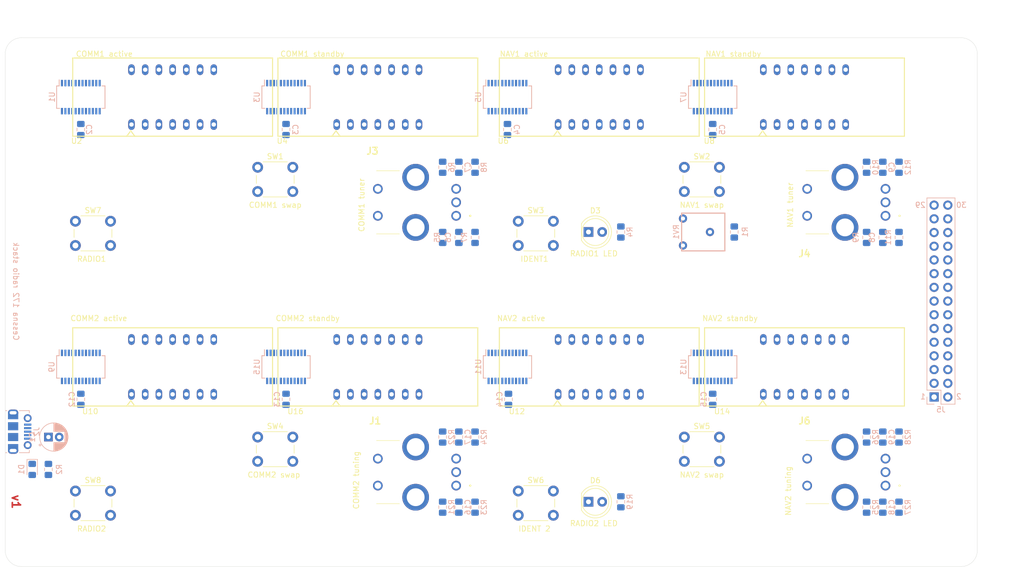
<source format=kicad_pcb>
(kicad_pcb (version 20171130) (host pcbnew "(5.1.6)-1")
  (layers (0 F.Cu signal) (31 B.Cu signal) (34 B.Paste user) (35 F.Paste user) (36 B.SilkS user) (37 F.SilkS user) (38 B.Mask user) (39 F.Mask user) (44 Edge.Cuts user))
  (net 0 "")
  (net 1 +5V)
  (net 2 CLK)
  (net 3 DIN)
  (net 4 "/5 digit LCD display/SEG_DP")
  (net 5 "/5 digit LCD display/SEG_B")
  (net 6 "/5 digit LCD display/SEG_C")
  (net 7 "/5 digit LCD display/SEG_A")
  (net 8 "/5 digit LCD display/DIG_4")
  (net 9 "/5 digit LCD display/SEG_D")
  (net 10 "/5 digit LCD display/SEG_F")
  (net 11 "/5 digit LCD display/SEG_E")
  (net 12 "/5 digit LCD display/SEG_G")
  (net 13 "/5 digit LCD display/DIG_3")
  (net 14 "/5 digit LCD display/DIG_2")
  (net 15 "/5 digit LCD display/DIG_1")
  (net 16 "/5 digit LCD display/DIG_0")
  (net 17 /sheet5F611637/SEG_DP)
  (net 18 /sheet5F611637/SEG_B)
  (net 19 /sheet5F611637/SEG_C)
  (net 20 /sheet5F611637/SEG_A)
  (net 21 /sheet5F611637/DIG_4)
  (net 22 /sheet5F611637/SEG_D)
  (net 23 /sheet5F611637/SEG_F)
  (net 24 /sheet5F611637/SEG_E)
  (net 25 /sheet5F611637/SEG_G)
  (net 26 /sheet5F611637/DIG_3)
  (net 27 /sheet5F611637/DIG_2)
  (net 28 /sheet5F611637/DIG_1)
  (net 29 /sheet5F611637/DIG_0)
  (net 30 /sheet5F613960/SEG_G)
  (net 31 /sheet5F613960/SEG_E)
  (net 32 /sheet5F613960/SEG_F)
  (net 33 /sheet5F613960/SEG_D)
  (net 34 /sheet5F613960/DIG_4)
  (net 35 /sheet5F613960/SEG_A)
  (net 36 /sheet5F613960/SEG_C)
  (net 37 /sheet5F613960/SEG_B)
  (net 38 /sheet5F613960/SEG_DP)
  (net 39 /sheet5F613960/DIG_3)
  (net 40 /sheet5F613960/DIG_2)
  (net 41 /sheet5F613960/DIG_1)
  (net 42 /sheet5F613960/DIG_0)
  (net 43 /sheet5F613961/SEG_DP)
  (net 44 /sheet5F613961/SEG_B)
  (net 45 /sheet5F613961/SEG_C)
  (net 46 /sheet5F613961/SEG_A)
  (net 47 /sheet5F613961/DIG_4)
  (net 48 /sheet5F613961/SEG_D)
  (net 49 /sheet5F613961/SEG_F)
  (net 50 /sheet5F613961/SEG_E)
  (net 51 /sheet5F613961/SEG_G)
  (net 52 /sheet5F613961/DIG_3)
  (net 53 /sheet5F613961/DIG_2)
  (net 54 /sheet5F613961/DIG_1)
  (net 55 /sheet5F613961/DIG_0)
  (net 56 "Net-(R1-Pad2)")
  (net 57 ISET)
  (net 58 "Net-(RV1-Pad2)")
  (net 59 /sheet5F611637/DIN)
  (net 60 "Net-(U1-Pad10)")
  (net 61 "Net-(U1-Pad8)")
  (net 62 "Net-(U1-Pad5)")
  (net 63 /sheet5F613960/DIN)
  (net 64 "Net-(U3-Pad5)")
  (net 65 "Net-(U3-Pad8)")
  (net 66 "Net-(U3-Pad10)")
  (net 67 /sheet5F613961/DIN)
  (net 68 "Net-(D1-Pad2)")
  (net 69 "Net-(D3-Pad2)")
  (net 70 "Net-(U5-Pad10)")
  (net 71 "Net-(U5-Pad8)")
  (net 72 "Net-(U5-Pad5)")
  (net 73 "Net-(U7-Pad5)")
  (net 74 "Net-(U7-Pad8)")
  (net 75 "Net-(U7-Pad10)")
  (net 76 "Net-(J2-Pad6)")
  (net 77 "Net-(J2-Pad2)")
  (net 78 "Net-(J2-Pad4)")
  (net 79 "Net-(J2-Pad3)")
  (net 80 "/Tuning rotary encoder and switch/A1")
  (net 81 "/Tuning rotary encoder and switch/B1")
  (net 82 /sheet5F5DD32A/A1)
  (net 83 /sheet5F5DD32A/B1)
  (net 84 "Net-(J3-PadMH1)")
  (net 85 "Net-(J3-PadMH2)")
  (net 86 "Net-(J4-PadMH1)")
  (net 87 "Net-(J4-PadMH2)")
  (net 88 /sheet5F71BCD2/A1)
  (net 89 /sheet5F71BCD2/B1)
  (net 90 /sheet5F71BCD3/A1)
  (net 91 /sheet5F71BCD3/B1)
  (net 92 "Net-(D6-Pad2)")
  (net 93 COMM2_KHZ_SW)
  (net 94 "Net-(J1-PadMH1)")
  (net 95 "Net-(J1-PadMH2)")
  (net 96 COMM1_KHZ_SW)
  (net 97 NAV1_KHZ_SW)
  (net 98 "Net-(J6-PadMH2)")
  (net 99 "Net-(J6-PadMH1)")
  (net 100 NAV2_KHZ_SW)
  (net 101 COMM1_LEFT)
  (net 102 COMM1_RIGHT)
  (net 103 NAV1_LEFT)
  (net 104 NAV1_RIGHT)
  (net 105 COMM2_LEFT)
  (net 106 COMM2_RIGHT)
  (net 107 NAV2_LEFT)
  (net 108 NAV2_RIGHT)
  (net 109 IDENT1_SW)
  (net 110 IDENT2_SW)
  (net 111 /sheet5F68A9C2/DIN)
  (net 112 /sheet5F68A9C5/DIN)
  (net 113 /sheet5F68A9C2/SEG_D)
  (net 114 /sheet5F68A9C2/SEG_DP)
  (net 115 /sheet5F68A9C2/SEG_E)
  (net 116 /sheet5F68A9C2/SEG_C)
  (net 117 /sheet5F68A9C2/SEG_G)
  (net 118 /sheet5F68A9C2/SEG_B)
  (net 119 /sheet5F68A9C2/SEG_F)
  (net 120 /sheet5F68A9C2/SEG_A)
  (net 121 /sheet5F68A9C2/DIG_1)
  (net 122 "Net-(U9-Pad10)")
  (net 123 "Net-(U9-Pad8)")
  (net 124 /sheet5F68A9C2/DIG_3)
  (net 125 /sheet5F68A9C2/DIG_2)
  (net 126 "Net-(U9-Pad5)")
  (net 127 /sheet5F68A9C2/DIG_4)
  (net 128 /sheet5F68A9C2/DIG_0)
  (net 129 /sheet5F68A9C3/DIN)
  (net 130 /sheet5F68A9C3/DIG_0)
  (net 131 /sheet5F68A9C3/DIG_4)
  (net 132 "Net-(U11-Pad5)")
  (net 133 /sheet5F68A9C3/DIG_2)
  (net 134 /sheet5F68A9C3/DIG_3)
  (net 135 "Net-(U11-Pad8)")
  (net 136 "Net-(U11-Pad10)")
  (net 137 /sheet5F68A9C3/DIG_1)
  (net 138 /sheet5F68A9C3/SEG_A)
  (net 139 /sheet5F68A9C3/SEG_F)
  (net 140 /sheet5F68A9C3/SEG_B)
  (net 141 /sheet5F68A9C3/SEG_G)
  (net 142 /sheet5F68A9C3/SEG_C)
  (net 143 /sheet5F68A9C3/SEG_E)
  (net 144 /sheet5F68A9C3/SEG_DP)
  (net 145 /sheet5F68A9C3/SEG_D)
  (net 146 /sheet5F68A9C4/DIN)
  (net 147 /sheet5F68A9C4/DOUT)
  (net 148 /sheet5F68A9C4/SEG_D)
  (net 149 /sheet5F68A9C4/SEG_DP)
  (net 150 /sheet5F68A9C4/SEG_E)
  (net 151 /sheet5F68A9C4/SEG_C)
  (net 152 /sheet5F68A9C4/SEG_G)
  (net 153 /sheet5F68A9C4/SEG_B)
  (net 154 /sheet5F68A9C4/SEG_F)
  (net 155 /sheet5F68A9C4/SEG_A)
  (net 156 /sheet5F68A9C4/DIG_1)
  (net 157 "Net-(U13-Pad10)")
  (net 158 "Net-(U13-Pad8)")
  (net 159 /sheet5F68A9C4/DIG_3)
  (net 160 /sheet5F68A9C4/DIG_2)
  (net 161 "Net-(U13-Pad5)")
  (net 162 /sheet5F68A9C4/DIG_4)
  (net 163 /sheet5F68A9C4/DIG_0)
  (net 164 /sheet5F68A9C5/DIG_0)
  (net 165 /sheet5F68A9C5/DIG_4)
  (net 166 "Net-(U15-Pad5)")
  (net 167 /sheet5F68A9C5/DIG_2)
  (net 168 /sheet5F68A9C5/DIG_3)
  (net 169 "Net-(U15-Pad8)")
  (net 170 "Net-(U15-Pad10)")
  (net 171 /sheet5F68A9C5/DIG_1)
  (net 172 /sheet5F68A9C5/SEG_A)
  (net 173 /sheet5F68A9C5/SEG_F)
  (net 174 /sheet5F68A9C5/SEG_B)
  (net 175 /sheet5F68A9C5/SEG_G)
  (net 176 /sheet5F68A9C5/SEG_C)
  (net 177 /sheet5F68A9C5/SEG_E)
  (net 178 /sheet5F68A9C5/SEG_DP)
  (net 179 /sheet5F68A9C5/SEG_D)
  (net 180 GND)
  (net 181 "Net-(U2-Pad7)")
  (net 182 "Net-(U4-Pad7)")
  (net 183 "Net-(U6-Pad7)")
  (net 184 "Net-(U8-Pad7)")
  (net 185 "Net-(U10-Pad7)")
  (net 186 "Net-(U12-Pad7)")
  (net 187 "Net-(U14-Pad7)")
  (net 188 "Net-(U16-Pad7)")
  (net 189 CS_LOAD)
  (net 190 "Net-(J5-Pad6)")
  (net 191 COMM1_XFR)
  (net 192 COMM2_XFR)
  (net 193 NAV1_XFR)
  (net 194 NAV2_XFR)
  (net 195 RADIO1_SW)
  (net 196 RADIO2_SW)
  (net 197 RADIO1_LED)
  (net 198 RADIO2_LED)
  (module Package_SO:SSOP-24_3.9x8.7mm_P0.635mm (layer B.Cu) (at 44 41 270)
    (fp_text reference U1 (at 0 5.334 90) (layer B.SilkS) (effects (justify mirror)))
    (fp_text value "MAX7219 COM standby")
    (pad 1 smd rect (at -2.6 3.4925 270) (size 1.2 0.4) (layers B.Cu B.Paste B.Mask) (net 3 DIN))
    (pad 2 smd rect (at -2.6 2.8575 270) (size 1.2 0.4) (layers B.Cu B.Paste B.Mask) (net 16 "/5 digit LCD display/DIG_0"))
    (pad 3 smd rect (at -2.6 2.2225 270) (size 1.2 0.4) (layers B.Cu B.Paste B.Mask) (net 8 "/5 digit LCD display/DIG_4"))
    (pad 4 smd rect (at -2.6 1.5875 270) (size 1.2 0.4) (layers B.Cu B.Paste B.Mask) (net 180 GND))
    (pad 5 smd rect (at -2.6 0.9525 270) (size 1.2 0.4) (layers B.Cu B.Paste B.Mask) (net 62 "Net-(U1-Pad5)"))
    (pad 6 smd rect (at -2.6 0.3175 270) (size 1.2 0.4) (layers B.Cu B.Paste B.Mask) (net 14 "/5 digit LCD display/DIG_2"))
    (pad 7 smd rect (at -2.6 -0.3175 270) (size 1.2 0.4) (layers B.Cu B.Paste B.Mask) (net 13 "/5 digit LCD display/DIG_3"))
    (pad 8 smd rect (at -2.6 -0.9525 270) (size 1.2 0.4) (layers B.Cu B.Paste B.Mask) (net 61 "Net-(U1-Pad8)"))
    (pad 9 smd rect (at -2.6 -1.5875 270) (size 1.2 0.4) (layers B.Cu B.Paste B.Mask) (net 180 GND))
    (pad 10 smd rect (at -2.6 -2.2225 270) (size 1.2 0.4) (layers B.Cu B.Paste B.Mask) (net 60 "Net-(U1-Pad10)"))
    (pad 11 smd rect (at -2.6 -2.8575 270) (size 1.2 0.4) (layers B.Cu B.Paste B.Mask) (net 15 "/5 digit LCD display/DIG_1"))
    (pad 12 smd rect (at -2.6 -3.4925 270) (size 1.2 0.4) (layers B.Cu B.Paste B.Mask) (net 189 CS_LOAD))
    (pad 13 smd rect (at 2.6 -3.4925 270) (size 1.2 0.4) (layers B.Cu B.Paste B.Mask) (net 2 CLK))
    (pad 14 smd rect (at 2.6 -2.8575 270) (size 1.2 0.4) (layers B.Cu B.Paste B.Mask) (net 7 "/5 digit LCD display/SEG_A"))
    (pad 15 smd rect (at 2.6 -2.2225 270) (size 1.2 0.4) (layers B.Cu B.Paste B.Mask) (net 10 "/5 digit LCD display/SEG_F"))
    (pad 16 smd rect (at 2.6 -1.5875 270) (size 1.2 0.4) (layers B.Cu B.Paste B.Mask) (net 5 "/5 digit LCD display/SEG_B"))
    (pad 17 smd rect (at 2.6 -0.9525 270) (size 1.2 0.4) (layers B.Cu B.Paste B.Mask) (net 12 "/5 digit LCD display/SEG_G"))
    (pad 18 smd rect (at 2.6 -0.3175 270) (size 1.2 0.4) (layers B.Cu B.Paste B.Mask) (net 57 ISET))
    (pad 19 smd rect (at 2.6 0.3175 270) (size 1.2 0.4) (layers B.Cu B.Paste B.Mask) (net 1 +5V))
    (pad 20 smd rect (at 2.6 0.9525 270) (size 1.2 0.4) (layers B.Cu B.Paste B.Mask) (net 6 "/5 digit LCD display/SEG_C"))
    (pad 21 smd rect (at 2.6 1.5875 270) (size 1.2 0.4) (layers B.Cu B.Paste B.Mask) (net 11 "/5 digit LCD display/SEG_E"))
    (pad 22 smd rect (at 2.6 2.2225 270) (size 1.2 0.4) (layers B.Cu B.Paste B.Mask) (net 4 "/5 digit LCD display/SEG_DP"))
    (pad 23 smd rect (at 2.6 2.8575 270) (size 1.2 0.4) (layers B.Cu B.Paste B.Mask) (net 9 "/5 digit LCD display/SEG_D"))
    (pad 24 smd rect (at 2.6 3.4925 270) (size 1.2 0.4) (layers B.Cu B.Paste B.Mask) (net 59 /sheet5F611637/DIN))
  )
  (module "Cessna 172 nav and com radio:A-2506 trimpot resistor" (layer B.Cu) (at 158 66 90)
    (fp_text reference RV1 (at 0 -3.75 90) (layer B.SilkS) (effects (justify mirror)))
    (fp_text value 100k)
    (pad 1 thru_hole circle (at -2.5 -2.5 90) (size 1.524 1.524) (drill 0.762) (layers *.Cu *.Mask) (net 56 "Net-(R1-Pad2)"))
    (pad 3 thru_hole circle (at 2.5 -2.5 90) (size 1.524 1.524) (drill 0.762) (layers *.Cu *.Mask) (net 57 ISET))
    (pad 2 thru_hole circle (at 0 2.5 90) (size 1.524 1.524) (drill 0.762) (layers *.Cu *.Mask) (net 58 "Net-(RV1-Pad2)"))
  )
  (module MountingHole:MountingHole_3mm (layer F.Cu) (at 205 35)
    (fp_text reference H3 hide)
    (fp_text value MountingHole_3mm)
    (pad 1 np_thru_hole circle (at 0 0) (size 3 3) (drill 3) (layers *.Cu *.Mask))
  )
  (module MountingHole:MountingHole_3mm (layer F.Cu) (at 205 123)
    (fp_text reference H4 hide)
    (fp_text value MountingHole_3mm)
    (pad 1 np_thru_hole circle (at 0 0) (size 3 3) (drill 3) (layers *.Cu *.Mask))
  )
  (module MountingHole:MountingHole_3mm (layer F.Cu) (at 35 123)
    (fp_text reference H2 hide)
    (fp_text value MountingHole_3mm)
    (pad 1 np_thru_hole circle (at 0 0) (size 3 3) (drill 3) (layers *.Cu *.Mask))
  )
  (module MountingHole:MountingHole_3mm (layer F.Cu) (at 35 35)
    (fp_text reference H1 hide)
    (fp_text value MountingHole_3mm)
    (pad 1 np_thru_hole circle (at 0 0) (size 3 3) (drill 3) (layers *.Cu *.Mask))
  )
  (module "Cessna 172 nav and com radio:3651A" (layer F.Cu) (at 61 41)
    (fp_text reference U2 (at -17.78 8.128 180) (layer F.SilkS))
    (fp_text value 3651A)
    (pad 7 thru_hole oval (at 7.62 5.08) (size 1.2 2) (drill 0.8) (layers *.Cu *.Mask) (net 181 "Net-(U2-Pad7)"))
    (pad 8 thru_hole oval (at 7.62 -5.08) (size 1.2 2) (drill 0.8) (layers *.Cu *.Mask) (net 8 "/5 digit LCD display/DIG_4"))
    (pad 6 thru_hole oval (at 5.08 5.08) (size 1.2 2) (drill 0.8) (layers *.Cu *.Mask) (net 13 "/5 digit LCD display/DIG_3"))
    (pad 9 thru_hole oval (at 5.08 -5.08) (size 1.2 2) (drill 0.8) (layers *.Cu *.Mask) (net 5 "/5 digit LCD display/SEG_B"))
    (pad 5 thru_hole oval (at 2.54 5.08) (size 1.2 2) (drill 0.8) (layers *.Cu *.Mask) (net 12 "/5 digit LCD display/SEG_G"))
    (pad 10 thru_hole oval (at 2.54 -5.08) (size 1.2 2) (drill 0.8) (layers *.Cu *.Mask) (net 14 "/5 digit LCD display/DIG_2"))
    (pad 4 thru_hole oval (at 0 5.08) (size 1.2 2) (drill 0.8) (layers *.Cu *.Mask) (net 6 "/5 digit LCD display/SEG_C"))
    (pad 11 thru_hole oval (at 0 -5.08) (size 1.2 2) (drill 0.8) (layers *.Cu *.Mask) (net 15 "/5 digit LCD display/DIG_1"))
    (pad 3 thru_hole oval (at -2.54 5.08) (size 1.2 2) (drill 0.8) (layers *.Cu *.Mask) (net 4 "/5 digit LCD display/SEG_DP"))
    (pad 12 thru_hole oval (at -2.54 -5.08) (size 1.2 2) (drill 0.8) (layers *.Cu *.Mask) (net 10 "/5 digit LCD display/SEG_F"))
    (pad 2 thru_hole oval (at -5.08 5.08) (size 1.2 2) (drill 0.8) (layers *.Cu *.Mask) (net 9 "/5 digit LCD display/SEG_D"))
    (pad 13 thru_hole oval (at -5.08 -5.08) (size 1.2 2) (drill 0.8) (layers *.Cu *.Mask) (net 7 "/5 digit LCD display/SEG_A"))
    (pad 1 thru_hole oval (at -7.62 5.08) (size 1.2 2) (drill 0.8) (layers *.Cu *.Mask) (net 11 "/5 digit LCD display/SEG_E"))
    (pad 14 thru_hole oval (at -7.62 -5.08) (size 1.2 2) (drill 0.8) (layers *.Cu *.Mask) (net 16 "/5 digit LCD display/DIG_0"))
  )
  (module "Cessna 172 nav and com radio:3651A" (layer F.Cu) (at 99 41)
    (fp_text reference U4 (at -17.695154 8.128 180) (layer F.SilkS))
    (fp_text value 3651A)
    (pad 7 thru_hole oval (at 7.62 5.08) (size 1.2 2) (drill 0.8) (layers *.Cu *.Mask) (net 182 "Net-(U4-Pad7)"))
    (pad 8 thru_hole oval (at 7.62 -5.08) (size 1.2 2) (drill 0.8) (layers *.Cu *.Mask) (net 21 /sheet5F611637/DIG_4))
    (pad 6 thru_hole oval (at 5.08 5.08) (size 1.2 2) (drill 0.8) (layers *.Cu *.Mask) (net 26 /sheet5F611637/DIG_3))
    (pad 9 thru_hole oval (at 5.08 -5.08) (size 1.2 2) (drill 0.8) (layers *.Cu *.Mask) (net 18 /sheet5F611637/SEG_B))
    (pad 5 thru_hole oval (at 2.54 5.08) (size 1.2 2) (drill 0.8) (layers *.Cu *.Mask) (net 25 /sheet5F611637/SEG_G))
    (pad 10 thru_hole oval (at 2.54 -5.08) (size 1.2 2) (drill 0.8) (layers *.Cu *.Mask) (net 27 /sheet5F611637/DIG_2))
    (pad 4 thru_hole oval (at 0 5.08) (size 1.2 2) (drill 0.8) (layers *.Cu *.Mask) (net 19 /sheet5F611637/SEG_C))
    (pad 11 thru_hole oval (at 0 -5.08) (size 1.2 2) (drill 0.8) (layers *.Cu *.Mask) (net 28 /sheet5F611637/DIG_1))
    (pad 3 thru_hole oval (at -2.54 5.08) (size 1.2 2) (drill 0.8) (layers *.Cu *.Mask) (net 17 /sheet5F611637/SEG_DP))
    (pad 12 thru_hole oval (at -2.54 -5.08) (size 1.2 2) (drill 0.8) (layers *.Cu *.Mask) (net 23 /sheet5F611637/SEG_F))
    (pad 2 thru_hole oval (at -5.08 5.08) (size 1.2 2) (drill 0.8) (layers *.Cu *.Mask) (net 22 /sheet5F611637/SEG_D))
    (pad 13 thru_hole oval (at -5.08 -5.08) (size 1.2 2) (drill 0.8) (layers *.Cu *.Mask) (net 20 /sheet5F611637/SEG_A))
    (pad 1 thru_hole oval (at -7.62 5.08) (size 1.2 2) (drill 0.8) (layers *.Cu *.Mask) (net 24 /sheet5F611637/SEG_E))
    (pad 14 thru_hole oval (at -7.62 -5.08) (size 1.2 2) (drill 0.8) (layers *.Cu *.Mask) (net 29 /sheet5F611637/DIG_0))
  )
  (module "Cessna 172 nav and com radio:3651A" (layer F.Cu) (at 140 41)
    (fp_text reference U6 (at -17.78 8.128 180) (layer F.SilkS))
    (fp_text value 3651A)
    (pad 7 thru_hole oval (at 7.62 5.08) (size 1.2 2) (drill 0.8) (layers *.Cu *.Mask) (net 183 "Net-(U6-Pad7)"))
    (pad 8 thru_hole oval (at 7.62 -5.08) (size 1.2 2) (drill 0.8) (layers *.Cu *.Mask) (net 34 /sheet5F613960/DIG_4))
    (pad 6 thru_hole oval (at 5.08 5.08) (size 1.2 2) (drill 0.8) (layers *.Cu *.Mask) (net 39 /sheet5F613960/DIG_3))
    (pad 9 thru_hole oval (at 5.08 -5.08) (size 1.2 2) (drill 0.8) (layers *.Cu *.Mask) (net 37 /sheet5F613960/SEG_B))
    (pad 5 thru_hole oval (at 2.54 5.08) (size 1.2 2) (drill 0.8) (layers *.Cu *.Mask) (net 30 /sheet5F613960/SEG_G))
    (pad 10 thru_hole oval (at 2.54 -5.08) (size 1.2 2) (drill 0.8) (layers *.Cu *.Mask) (net 40 /sheet5F613960/DIG_2))
    (pad 4 thru_hole oval (at 0 5.08) (size 1.2 2) (drill 0.8) (layers *.Cu *.Mask) (net 36 /sheet5F613960/SEG_C))
    (pad 11 thru_hole oval (at 0 -5.08) (size 1.2 2) (drill 0.8) (layers *.Cu *.Mask) (net 41 /sheet5F613960/DIG_1))
    (pad 3 thru_hole oval (at -2.54 5.08) (size 1.2 2) (drill 0.8) (layers *.Cu *.Mask) (net 38 /sheet5F613960/SEG_DP))
    (pad 12 thru_hole oval (at -2.54 -5.08) (size 1.2 2) (drill 0.8) (layers *.Cu *.Mask) (net 32 /sheet5F613960/SEG_F))
    (pad 2 thru_hole oval (at -5.08 5.08) (size 1.2 2) (drill 0.8) (layers *.Cu *.Mask) (net 33 /sheet5F613960/SEG_D))
    (pad 13 thru_hole oval (at -5.08 -5.08) (size 1.2 2) (drill 0.8) (layers *.Cu *.Mask) (net 35 /sheet5F613960/SEG_A))
    (pad 1 thru_hole oval (at -7.62 5.08) (size 1.2 2) (drill 0.8) (layers *.Cu *.Mask) (net 31 /sheet5F613960/SEG_E))
    (pad 14 thru_hole oval (at -7.62 -5.08) (size 1.2 2) (drill 0.8) (layers *.Cu *.Mask) (net 42 /sheet5F613960/DIG_0))
  )
  (module "Cessna 172 nav and com radio:3651A" (layer F.Cu) (at 178 41)
    (fp_text reference U8 (at -17.631154 8.143399 180) (layer F.SilkS))
    (fp_text value 3651A)
    (pad 7 thru_hole oval (at 7.62 5.08) (size 1.2 2) (drill 0.8) (layers *.Cu *.Mask) (net 184 "Net-(U8-Pad7)"))
    (pad 8 thru_hole oval (at 7.62 -5.08) (size 1.2 2) (drill 0.8) (layers *.Cu *.Mask) (net 47 /sheet5F613961/DIG_4))
    (pad 6 thru_hole oval (at 5.08 5.08) (size 1.2 2) (drill 0.8) (layers *.Cu *.Mask) (net 52 /sheet5F613961/DIG_3))
    (pad 9 thru_hole oval (at 5.08 -5.08) (size 1.2 2) (drill 0.8) (layers *.Cu *.Mask) (net 44 /sheet5F613961/SEG_B))
    (pad 5 thru_hole oval (at 2.54 5.08) (size 1.2 2) (drill 0.8) (layers *.Cu *.Mask) (net 51 /sheet5F613961/SEG_G))
    (pad 10 thru_hole oval (at 2.54 -5.08) (size 1.2 2) (drill 0.8) (layers *.Cu *.Mask) (net 53 /sheet5F613961/DIG_2))
    (pad 4 thru_hole oval (at 0 5.08) (size 1.2 2) (drill 0.8) (layers *.Cu *.Mask) (net 45 /sheet5F613961/SEG_C))
    (pad 11 thru_hole oval (at 0 -5.08) (size 1.2 2) (drill 0.8) (layers *.Cu *.Mask) (net 54 /sheet5F613961/DIG_1))
    (pad 3 thru_hole oval (at -2.54 5.08) (size 1.2 2) (drill 0.8) (layers *.Cu *.Mask) (net 43 /sheet5F613961/SEG_DP))
    (pad 12 thru_hole oval (at -2.54 -5.08) (size 1.2 2) (drill 0.8) (layers *.Cu *.Mask) (net 49 /sheet5F613961/SEG_F))
    (pad 2 thru_hole oval (at -5.08 5.08) (size 1.2 2) (drill 0.8) (layers *.Cu *.Mask) (net 48 /sheet5F613961/SEG_D))
    (pad 13 thru_hole oval (at -5.08 -5.08) (size 1.2 2) (drill 0.8) (layers *.Cu *.Mask) (net 46 /sheet5F613961/SEG_A))
    (pad 1 thru_hole oval (at -7.62 5.08) (size 1.2 2) (drill 0.8) (layers *.Cu *.Mask) (net 50 /sheet5F613961/SEG_E))
    (pad 14 thru_hole oval (at -7.62 -5.08) (size 1.2 2) (drill 0.8) (layers *.Cu *.Mask) (net 55 /sheet5F613961/DIG_0))
  )
  (module Capacitor_THT:CP_Radial_D5.0mm_P2.00mm (layer B.Cu) (at 38 104)
    (fp_text reference C1 (at -3 0 90) (layer B.SilkS) (effects (justify mirror)))
    (fp_text value 10uF)
    (pad 1 thru_hole rect (at 0 0) (size 1.6 1.6) (drill 0.8) (layers *.Cu *.Mask) (net 1 +5V))
    (pad 2 thru_hole circle (at 2 0) (size 1.6 1.6) (drill 0.8) (layers *.Cu *.Mask) (net 180 GND))
  )
  (module Capacitor_SMD:C_0805_2012Metric_Pad1.15x1.40mm_HandSolder (layer B.Cu) (at 44 47 270)
    (fp_text reference C2 (at 0 -1.566 90) (layer B.SilkS) (effects (justify mirror)))
    (fp_text value 0.1uF)
    (pad 2 smd roundrect (at 1.025 0 270) (size 1.15 1.4) (layers B.Cu B.Paste B.Mask) (roundrect_rratio 0.217391) (net 180 GND))
    (pad 1 smd roundrect (at -1.025 0 270) (size 1.15 1.4) (layers B.Cu B.Paste B.Mask) (roundrect_rratio 0.217391) (net 1 +5V))
  )
  (module Capacitor_SMD:C_0805_2012Metric_Pad1.15x1.40mm_HandSolder (layer B.Cu) (at 82 47 270)
    (fp_text reference C3 (at 0 -1.778 90) (layer B.SilkS) (effects (justify mirror)))
    (fp_text value 0.1uF)
    (pad 1 smd roundrect (at -1.025 0 270) (size 1.15 1.4) (layers B.Cu B.Paste B.Mask) (roundrect_rratio 0.217391) (net 1 +5V))
    (pad 2 smd roundrect (at 1.025 0 270) (size 1.15 1.4) (layers B.Cu B.Paste B.Mask) (roundrect_rratio 0.217391) (net 180 GND))
  )
  (module Capacitor_SMD:C_0805_2012Metric_Pad1.15x1.40mm_HandSolder (layer B.Cu) (at 123 47 270)
    (fp_text reference C4 (at 0 -1.778 90) (layer B.SilkS) (effects (justify mirror)))
    (fp_text value 0.1uF)
    (pad 1 smd roundrect (at -1.025 0 270) (size 1.15 1.4) (layers B.Cu B.Paste B.Mask) (roundrect_rratio 0.217391) (net 1 +5V))
    (pad 2 smd roundrect (at 1.025 0 270) (size 1.15 1.4) (layers B.Cu B.Paste B.Mask) (roundrect_rratio 0.217391) (net 180 GND))
  )
  (module Capacitor_SMD:C_0805_2012Metric_Pad1.15x1.40mm_HandSolder (layer B.Cu) (at 161 47 270)
    (fp_text reference C5 (at 0.009 -1.778 90) (layer B.SilkS) (effects (justify mirror)))
    (fp_text value 0.1uF)
    (pad 2 smd roundrect (at 1.025 0 270) (size 1.15 1.4) (layers B.Cu B.Paste B.Mask) (roundrect_rratio 0.217391) (net 180 GND))
    (pad 1 smd roundrect (at -1.025 0 270) (size 1.15 1.4) (layers B.Cu B.Paste B.Mask) (roundrect_rratio 0.217391) (net 1 +5V))
  )
  (module Capacitor_SMD:C_0805_2012Metric_Pad1.15x1.40mm_HandSolder (layer B.Cu) (at 192.5 67 90)
    (fp_text reference C8 (at 0 -2 90) (layer B.SilkS) (effects (justify mirror)))
    (fp_text value 0.1uf)
    (pad 2 smd roundrect (at 1.025 0 90) (size 1.15 1.4) (layers B.Cu B.Paste B.Mask) (roundrect_rratio 0.217391) (net 82 /sheet5F5DD32A/A1))
    (pad 1 smd roundrect (at -1.025 0 90) (size 1.15 1.4) (layers B.Cu B.Paste B.Mask) (roundrect_rratio 0.217391) (net 180 GND))
  )
  (module Capacitor_SMD:C_0805_2012Metric_Pad1.15x1.40mm_HandSolder (layer B.Cu) (at 192.5 54 90)
    (fp_text reference C9 (at 0 1.65 90) (layer B.SilkS) (effects (justify mirror)))
    (fp_text value 0.1uf)
    (pad 1 smd roundrect (at -1.025 0 90) (size 1.15 1.4) (layers B.Cu B.Paste B.Mask) (roundrect_rratio 0.217391) (net 83 /sheet5F5DD32A/B1))
    (pad 2 smd roundrect (at 1.025 0 90) (size 1.15 1.4) (layers B.Cu B.Paste B.Mask) (roundrect_rratio 0.217391) (net 180 GND))
  )
  (module LED_SMD:LED_0805_2012Metric_Pad1.15x1.40mm_HandSolder (layer B.Cu) (at 35 110 270)
    (fp_text reference D1 (at 0 2 90) (layer B.SilkS) (effects (justify mirror)))
    (fp_text value LED)
    (pad 2 smd roundrect (at 1.025 0 270) (size 1.15 1.4) (layers B.Cu B.Paste B.Mask) (roundrect_rratio 0.217391) (net 68 "Net-(D1-Pad2)"))
    (pad 1 smd roundrect (at -1.025 0 270) (size 1.15 1.4) (layers B.Cu B.Paste B.Mask) (roundrect_rratio 0.217391) (net 180 GND))
  )
  (module LED_THT:LED_D5.0mm (layer F.Cu) (at 138 66)
    (fp_text reference D3 (at 1.27 -3.96) (layer F.SilkS))
    (fp_text value LED)
    (pad 2 thru_hole circle (at 2.54 0) (size 1.8 1.8) (drill 0.9) (layers *.Cu *.Mask) (net 69 "Net-(D3-Pad2)"))
    (pad 1 thru_hole rect (at 0 0) (size 1.8 1.8) (drill 0.9) (layers *.Cu *.Mask) (net 180 GND))
  )
  (module Resistor_SMD:R_0805_2012Metric_Pad1.15x1.40mm_HandSolder (layer B.Cu) (at 165 66 270)
    (fp_text reference R1 (at 0 -2 90) (layer B.SilkS) (effects (justify mirror)))
    (fp_text value 220k)
    (pad 2 smd roundrect (at 1.025 0 270) (size 1.15 1.4) (layers B.Cu B.Paste B.Mask) (roundrect_rratio 0.217391) (net 56 "Net-(R1-Pad2)"))
    (pad 1 smd roundrect (at -1.025 0 270) (size 1.15 1.4) (layers B.Cu B.Paste B.Mask) (roundrect_rratio 0.217391) (net 1 +5V))
  )
  (module Resistor_SMD:R_0805_2012Metric_Pad1.15x1.40mm_HandSolder (layer B.Cu) (at 38 110 270)
    (fp_text reference R2 (at 0 -2 90) (layer B.SilkS) (effects (justify mirror)))
    (fp_text value 220k)
    (pad 1 smd roundrect (at -1.025 0 270) (size 1.15 1.4) (layers B.Cu B.Paste B.Mask) (roundrect_rratio 0.217391) (net 1 +5V))
    (pad 2 smd roundrect (at 1.025 0 270) (size 1.15 1.4) (layers B.Cu B.Paste B.Mask) (roundrect_rratio 0.217391) (net 68 "Net-(D1-Pad2)"))
  )
  (module Resistor_SMD:R_0805_2012Metric_Pad1.15x1.40mm_HandSolder (layer B.Cu) (at 144 66 90)
    (fp_text reference R4 (at 0 1.65 270) (layer B.SilkS) (effects (justify mirror)))
    (fp_text value 220k)
    (pad 2 smd roundrect (at 1.025 0 90) (size 1.15 1.4) (layers B.Cu B.Paste B.Mask) (roundrect_rratio 0.217391) (net 197 RADIO1_LED))
    (pad 1 smd roundrect (at -1.025 0 90) (size 1.15 1.4) (layers B.Cu B.Paste B.Mask) (roundrect_rratio 0.217391) (net 69 "Net-(D3-Pad2)"))
  )
  (module Resistor_SMD:R_0805_2012Metric_Pad1.15x1.40mm_HandSolder (layer B.Cu) (at 189.5 67 270)
    (fp_text reference R9 (at 0 2 90) (layer B.SilkS) (effects (justify mirror)))
    (fp_text value 10k)
    (pad 2 smd roundrect (at 1.025 0 270) (size 1.15 1.4) (layers B.Cu B.Paste B.Mask) (roundrect_rratio 0.217391) (net 82 /sheet5F5DD32A/A1))
    (pad 1 smd roundrect (at -1.025 0 270) (size 1.15 1.4) (layers B.Cu B.Paste B.Mask) (roundrect_rratio 0.217391) (net 1 +5V))
  )
  (module Resistor_SMD:R_0805_2012Metric_Pad1.15x1.40mm_HandSolder (layer B.Cu) (at 189.5 54 90)
    (fp_text reference R10 (at 0 1.65 90) (layer B.SilkS) (effects (justify mirror)))
    (fp_text value 10k)
    (pad 1 smd roundrect (at -1.025 0 90) (size 1.15 1.4) (layers B.Cu B.Paste B.Mask) (roundrect_rratio 0.217391) (net 83 /sheet5F5DD32A/B1))
    (pad 2 smd roundrect (at 1.025 0 90) (size 1.15 1.4) (layers B.Cu B.Paste B.Mask) (roundrect_rratio 0.217391) (net 1 +5V))
  )
  (module Resistor_SMD:R_0805_2012Metric_Pad1.15x1.40mm_HandSolder (layer B.Cu) (at 195.5 67 90)
    (fp_text reference R11 (at 0 -2 90) (layer B.SilkS) (effects (justify mirror)))
    (fp_text value 10k)
    (pad 1 smd roundrect (at -1.025 0 90) (size 1.15 1.4) (layers B.Cu B.Paste B.Mask) (roundrect_rratio 0.217391) (net 103 NAV1_LEFT))
    (pad 2 smd roundrect (at 1.025 0 90) (size 1.15 1.4) (layers B.Cu B.Paste B.Mask) (roundrect_rratio 0.217391) (net 82 /sheet5F5DD32A/A1))
  )
  (module Resistor_SMD:R_0805_2012Metric_Pad1.15x1.40mm_HandSolder (layer B.Cu) (at 195.5 54 90)
    (fp_text reference R12 (at 0 1.65 90) (layer B.SilkS) (effects (justify mirror)))
    (fp_text value 10k)
    (pad 2 smd roundrect (at 1.025 0 90) (size 1.15 1.4) (layers B.Cu B.Paste B.Mask) (roundrect_rratio 0.217391) (net 104 NAV1_RIGHT))
    (pad 1 smd roundrect (at -1.025 0 90) (size 1.15 1.4) (layers B.Cu B.Paste B.Mask) (roundrect_rratio 0.217391) (net 83 /sheet5F5DD32A/B1))
  )
  (module Package_SO:SSOP-24_3.9x8.7mm_P0.635mm (layer B.Cu) (at 82 41 270)
    (fp_text reference U3 (at 0 5.4 90) (layer B.SilkS) (effects (justify mirror)))
    (fp_text value "MAX7219 COM standby")
    (pad 24 smd rect (at 2.6 3.4925 270) (size 1.2 0.4) (layers B.Cu B.Paste B.Mask) (net 63 /sheet5F613960/DIN))
    (pad 23 smd rect (at 2.6 2.8575 270) (size 1.2 0.4) (layers B.Cu B.Paste B.Mask) (net 22 /sheet5F611637/SEG_D))
    (pad 22 smd rect (at 2.6 2.2225 270) (size 1.2 0.4) (layers B.Cu B.Paste B.Mask) (net 17 /sheet5F611637/SEG_DP))
    (pad 21 smd rect (at 2.6 1.5875 270) (size 1.2 0.4) (layers B.Cu B.Paste B.Mask) (net 24 /sheet5F611637/SEG_E))
    (pad 20 smd rect (at 2.6 0.9525 270) (size 1.2 0.4) (layers B.Cu B.Paste B.Mask) (net 19 /sheet5F611637/SEG_C))
    (pad 19 smd rect (at 2.6 0.3175 270) (size 1.2 0.4) (layers B.Cu B.Paste B.Mask) (net 1 +5V))
    (pad 18 smd rect (at 2.6 -0.3175 270) (size 1.2 0.4) (layers B.Cu B.Paste B.Mask) (net 57 ISET))
    (pad 17 smd rect (at 2.6 -0.9525 270) (size 1.2 0.4) (layers B.Cu B.Paste B.Mask) (net 25 /sheet5F611637/SEG_G))
    (pad 16 smd rect (at 2.6 -1.5875 270) (size 1.2 0.4) (layers B.Cu B.Paste B.Mask) (net 18 /sheet5F611637/SEG_B))
    (pad 15 smd rect (at 2.6 -2.2225 270) (size 1.2 0.4) (layers B.Cu B.Paste B.Mask) (net 23 /sheet5F611637/SEG_F))
    (pad 14 smd rect (at 2.6 -2.8575 270) (size 1.2 0.4) (layers B.Cu B.Paste B.Mask) (net 20 /sheet5F611637/SEG_A))
    (pad 13 smd rect (at 2.6 -3.4925 270) (size 1.2 0.4) (layers B.Cu B.Paste B.Mask) (net 2 CLK))
    (pad 12 smd rect (at -2.6 -3.4925 270) (size 1.2 0.4) (layers B.Cu B.Paste B.Mask) (net 189 CS_LOAD))
    (pad 11 smd rect (at -2.6 -2.8575 270) (size 1.2 0.4) (layers B.Cu B.Paste B.Mask) (net 28 /sheet5F611637/DIG_1))
    (pad 10 smd rect (at -2.6 -2.2225 270) (size 1.2 0.4) (layers B.Cu B.Paste B.Mask) (net 66 "Net-(U3-Pad10)"))
    (pad 9 smd rect (at -2.6 -1.5875 270) (size 1.2 0.4) (layers B.Cu B.Paste B.Mask) (net 180 GND))
    (pad 8 smd rect (at -2.6 -0.9525 270) (size 1.2 0.4) (layers B.Cu B.Paste B.Mask) (net 65 "Net-(U3-Pad8)"))
    (pad 7 smd rect (at -2.6 -0.3175 270) (size 1.2 0.4) (layers B.Cu B.Paste B.Mask) (net 26 /sheet5F611637/DIG_3))
    (pad 6 smd rect (at -2.6 0.3175 270) (size 1.2 0.4) (layers B.Cu B.Paste B.Mask) (net 27 /sheet5F611637/DIG_2))
    (pad 5 smd rect (at -2.6 0.9525 270) (size 1.2 0.4) (layers B.Cu B.Paste B.Mask) (net 64 "Net-(U3-Pad5)"))
    (pad 4 smd rect (at -2.6 1.5875 270) (size 1.2 0.4) (layers B.Cu B.Paste B.Mask) (net 180 GND))
    (pad 3 smd rect (at -2.6 2.2225 270) (size 1.2 0.4) (layers B.Cu B.Paste B.Mask) (net 21 /sheet5F611637/DIG_4))
    (pad 2 smd rect (at -2.6 2.8575 270) (size 1.2 0.4) (layers B.Cu B.Paste B.Mask) (net 29 /sheet5F611637/DIG_0))
    (pad 1 smd rect (at -2.6 3.4925 270) (size 1.2 0.4) (layers B.Cu B.Paste B.Mask) (net 59 /sheet5F611637/DIN))
  )
  (module Package_SO:SSOP-24_3.9x8.7mm_P0.635mm (layer B.Cu) (at 123 41 270)
    (fp_text reference U5 (at 0 5.4 270) (layer B.SilkS) (effects (justify mirror)))
    (fp_text value "MAX7219 COM standby")
    (pad 24 smd rect (at 2.6 3.4925 270) (size 1.2 0.4) (layers B.Cu B.Paste B.Mask) (net 67 /sheet5F613961/DIN))
    (pad 23 smd rect (at 2.6 2.8575 270) (size 1.2 0.4) (layers B.Cu B.Paste B.Mask) (net 33 /sheet5F613960/SEG_D))
    (pad 22 smd rect (at 2.6 2.2225 270) (size 1.2 0.4) (layers B.Cu B.Paste B.Mask) (net 38 /sheet5F613960/SEG_DP))
    (pad 21 smd rect (at 2.6 1.5875 270) (size 1.2 0.4) (layers B.Cu B.Paste B.Mask) (net 31 /sheet5F613960/SEG_E))
    (pad 20 smd rect (at 2.6 0.9525 270) (size 1.2 0.4) (layers B.Cu B.Paste B.Mask) (net 36 /sheet5F613960/SEG_C))
    (pad 19 smd rect (at 2.6 0.3175 270) (size 1.2 0.4) (layers B.Cu B.Paste B.Mask) (net 1 +5V))
    (pad 18 smd rect (at 2.6 -0.3175 270) (size 1.2 0.4) (layers B.Cu B.Paste B.Mask) (net 57 ISET))
    (pad 17 smd rect (at 2.6 -0.9525 270) (size 1.2 0.4) (layers B.Cu B.Paste B.Mask) (net 30 /sheet5F613960/SEG_G))
    (pad 16 smd rect (at 2.6 -1.5875 270) (size 1.2 0.4) (layers B.Cu B.Paste B.Mask) (net 37 /sheet5F613960/SEG_B))
    (pad 15 smd rect (at 2.6 -2.2225 270) (size 1.2 0.4) (layers B.Cu B.Paste B.Mask) (net 32 /sheet5F613960/SEG_F))
    (pad 14 smd rect (at 2.6 -2.8575 270) (size 1.2 0.4) (layers B.Cu B.Paste B.Mask) (net 35 /sheet5F613960/SEG_A))
    (pad 13 smd rect (at 2.6 -3.4925 270) (size 1.2 0.4) (layers B.Cu B.Paste B.Mask) (net 2 CLK))
    (pad 12 smd rect (at -2.6 -3.4925 270) (size 1.2 0.4) (layers B.Cu B.Paste B.Mask) (net 189 CS_LOAD))
    (pad 11 smd rect (at -2.6 -2.8575 270) (size 1.2 0.4) (layers B.Cu B.Paste B.Mask) (net 41 /sheet5F613960/DIG_1))
    (pad 10 smd rect (at -2.6 -2.2225 270) (size 1.2 0.4) (layers B.Cu B.Paste B.Mask) (net 70 "Net-(U5-Pad10)"))
    (pad 9 smd rect (at -2.6 -1.5875 270) (size 1.2 0.4) (layers B.Cu B.Paste B.Mask) (net 180 GND))
    (pad 8 smd rect (at -2.6 -0.9525 270) (size 1.2 0.4) (layers B.Cu B.Paste B.Mask) (net 71 "Net-(U5-Pad8)"))
    (pad 7 smd rect (at -2.6 -0.3175 270) (size 1.2 0.4) (layers B.Cu B.Paste B.Mask) (net 39 /sheet5F613960/DIG_3))
    (pad 6 smd rect (at -2.6 0.3175 270) (size 1.2 0.4) (layers B.Cu B.Paste B.Mask) (net 40 /sheet5F613960/DIG_2))
    (pad 5 smd rect (at -2.6 0.9525 270) (size 1.2 0.4) (layers B.Cu B.Paste B.Mask) (net 72 "Net-(U5-Pad5)"))
    (pad 4 smd rect (at -2.6 1.5875 270) (size 1.2 0.4) (layers B.Cu B.Paste B.Mask) (net 180 GND))
    (pad 3 smd rect (at -2.6 2.2225 270) (size 1.2 0.4) (layers B.Cu B.Paste B.Mask) (net 34 /sheet5F613960/DIG_4))
    (pad 2 smd rect (at -2.6 2.8575 270) (size 1.2 0.4) (layers B.Cu B.Paste B.Mask) (net 42 /sheet5F613960/DIG_0))
    (pad 1 smd rect (at -2.6 3.4925 270) (size 1.2 0.4) (layers B.Cu B.Paste B.Mask) (net 63 /sheet5F613960/DIN))
  )
  (module Package_SO:SSOP-24_3.9x8.7mm_P0.635mm (layer B.Cu) (at 161 41 270)
    (fp_text reference U7 (at 0 5.4 90) (layer B.SilkS) (effects (justify mirror)))
    (fp_text value "MAX7219 COM standby")
    (pad 1 smd rect (at -2.6 3.4925 270) (size 1.2 0.4) (layers B.Cu B.Paste B.Mask) (net 67 /sheet5F613961/DIN))
    (pad 2 smd rect (at -2.6 2.8575 270) (size 1.2 0.4) (layers B.Cu B.Paste B.Mask) (net 55 /sheet5F613961/DIG_0))
    (pad 3 smd rect (at -2.6 2.2225 270) (size 1.2 0.4) (layers B.Cu B.Paste B.Mask) (net 47 /sheet5F613961/DIG_4))
    (pad 4 smd rect (at -2.6 1.5875 270) (size 1.2 0.4) (layers B.Cu B.Paste B.Mask) (net 180 GND))
    (pad 5 smd rect (at -2.6 0.9525 270) (size 1.2 0.4) (layers B.Cu B.Paste B.Mask) (net 73 "Net-(U7-Pad5)"))
    (pad 6 smd rect (at -2.6 0.3175 270) (size 1.2 0.4) (layers B.Cu B.Paste B.Mask) (net 53 /sheet5F613961/DIG_2))
    (pad 7 smd rect (at -2.6 -0.3175 270) (size 1.2 0.4) (layers B.Cu B.Paste B.Mask) (net 52 /sheet5F613961/DIG_3))
    (pad 8 smd rect (at -2.6 -0.9525 270) (size 1.2 0.4) (layers B.Cu B.Paste B.Mask) (net 74 "Net-(U7-Pad8)"))
    (pad 9 smd rect (at -2.6 -1.5875 270) (size 1.2 0.4) (layers B.Cu B.Paste B.Mask) (net 180 GND))
    (pad 10 smd rect (at -2.6 -2.2225 270) (size 1.2 0.4) (layers B.Cu B.Paste B.Mask) (net 75 "Net-(U7-Pad10)"))
    (pad 11 smd rect (at -2.6 -2.8575 270) (size 1.2 0.4) (layers B.Cu B.Paste B.Mask) (net 54 /sheet5F613961/DIG_1))
    (pad 12 smd rect (at -2.6 -3.4925 270) (size 1.2 0.4) (layers B.Cu B.Paste B.Mask) (net 189 CS_LOAD))
    (pad 13 smd rect (at 2.6 -3.4925 270) (size 1.2 0.4) (layers B.Cu B.Paste B.Mask) (net 2 CLK))
    (pad 14 smd rect (at 2.6 -2.8575 270) (size 1.2 0.4) (layers B.Cu B.Paste B.Mask) (net 46 /sheet5F613961/SEG_A))
    (pad 15 smd rect (at 2.6 -2.2225 270) (size 1.2 0.4) (layers B.Cu B.Paste B.Mask) (net 49 /sheet5F613961/SEG_F))
    (pad 16 smd rect (at 2.6 -1.5875 270) (size 1.2 0.4) (layers B.Cu B.Paste B.Mask) (net 44 /sheet5F613961/SEG_B))
    (pad 17 smd rect (at 2.6 -0.9525 270) (size 1.2 0.4) (layers B.Cu B.Paste B.Mask) (net 51 /sheet5F613961/SEG_G))
    (pad 18 smd rect (at 2.6 -0.3175 270) (size 1.2 0.4) (layers B.Cu B.Paste B.Mask) (net 57 ISET))
    (pad 19 smd rect (at 2.6 0.3175 270) (size 1.2 0.4) (layers B.Cu B.Paste B.Mask) (net 1 +5V))
    (pad 20 smd rect (at 2.6 0.9525 270) (size 1.2 0.4) (layers B.Cu B.Paste B.Mask) (net 45 /sheet5F613961/SEG_C))
    (pad 21 smd rect (at 2.6 1.5875 270) (size 1.2 0.4) (layers B.Cu B.Paste B.Mask) (net 50 /sheet5F613961/SEG_E))
    (pad 22 smd rect (at 2.6 2.2225 270) (size 1.2 0.4) (layers B.Cu B.Paste B.Mask) (net 43 /sheet5F613961/SEG_DP))
    (pad 23 smd rect (at 2.6 2.8575 270) (size 1.2 0.4) (layers B.Cu B.Paste B.Mask) (net 48 /sheet5F613961/SEG_D))
    (pad 24 smd rect (at 2.6 3.4925 270) (size 1.2 0.4) (layers B.Cu B.Paste B.Mask) (net 111 /sheet5F68A9C2/DIN))
  )
  (module Button_Switch_THT:SW_PUSH_6mm_H8mm (layer F.Cu) (at 76.75 54)
    (fp_text reference SW1 (at 3.25 -2) (layer F.SilkS))
    (fp_text value SW_Push)
    (pad 2 thru_hole circle (at 0 4.5 90) (size 2 2) (drill 1.1) (layers *.Cu *.Mask) (net 191 COMM1_XFR))
    (pad 1 thru_hole circle (at 0 0 90) (size 2 2) (drill 1.1) (layers *.Cu *.Mask) (net 180 GND))
    (pad 2 thru_hole circle (at 6.5 4.5 90) (size 2 2) (drill 1.1) (layers *.Cu *.Mask) (net 191 COMM1_XFR))
    (pad 1 thru_hole circle (at 6.5 0 90) (size 2 2) (drill 1.1) (layers *.Cu *.Mask) (net 180 GND))
  )
  (module Button_Switch_THT:SW_PUSH_6mm_H8mm (layer F.Cu) (at 155.75 54)
    (fp_text reference SW2 (at 3.25 -2) (layer F.SilkS))
    (fp_text value SW_Push)
    (pad 1 thru_hole circle (at 6.5 0 90) (size 2 2) (drill 1.1) (layers *.Cu *.Mask) (net 180 GND))
    (pad 2 thru_hole circle (at 6.5 4.5 90) (size 2 2) (drill 1.1) (layers *.Cu *.Mask) (net 193 NAV1_XFR))
    (pad 1 thru_hole circle (at 0 0 90) (size 2 2) (drill 1.1) (layers *.Cu *.Mask) (net 180 GND))
    (pad 2 thru_hole circle (at 0 4.5 90) (size 2 2) (drill 1.1) (layers *.Cu *.Mask) (net 193 NAV1_XFR))
  )
  (module Button_Switch_THT:SW_PUSH_6mm_H8mm (layer F.Cu) (at 125 64)
    (fp_text reference SW3 (at 3.25 -2) (layer F.SilkS))
    (fp_text value SW_Push)
    (pad 2 thru_hole circle (at 0 4.5 90) (size 2 2) (drill 1.1) (layers *.Cu *.Mask) (net 109 IDENT1_SW))
    (pad 1 thru_hole circle (at 0 0 90) (size 2 2) (drill 1.1) (layers *.Cu *.Mask) (net 180 GND))
    (pad 2 thru_hole circle (at 6.5 4.5 90) (size 2 2) (drill 1.1) (layers *.Cu *.Mask) (net 109 IDENT1_SW))
    (pad 1 thru_hole circle (at 6.5 0 90) (size 2 2) (drill 1.1) (layers *.Cu *.Mask) (net 180 GND))
  )
  (module Connector_USB:USB_Micro-B_Molex-105017-0001 (layer B.Cu) (at 32.7 103 90)
    (fp_text reference J2 (at 0 3.1125 90) (layer B.SilkS) (effects (justify mirror)))
    (fp_text value USB_B_Micro)
    (pad 6 smd rect (at 1 -1.2375 90) (size 1.5 1.9) (layers B.Cu B.Paste B.Mask) (net 76 "Net-(J2-Pad6)"))
    (pad 6 thru_hole circle (at -2.5 1.4625 90) (size 1.45 1.45) (drill 0.85) (layers *.Cu *.Mask) (net 76 "Net-(J2-Pad6)"))
    (pad 2 smd rect (at -0.65 1.4625 90) (size 0.4 1.35) (layers B.Cu B.Paste B.Mask) (net 77 "Net-(J2-Pad2)"))
    (pad 1 smd rect (at -1.3 1.4625 90) (size 0.4 1.35) (layers B.Cu B.Paste B.Mask) (net 1 +5V))
    (pad 5 smd rect (at 1.3 1.4625 90) (size 0.4 1.35) (layers B.Cu B.Paste B.Mask) (net 180 GND))
    (pad 4 smd rect (at 0.65 1.4625 90) (size 0.4 1.35) (layers B.Cu B.Paste B.Mask) (net 78 "Net-(J2-Pad4)"))
    (pad 3 smd rect (at 0 1.4625 90) (size 0.4 1.35) (layers B.Cu B.Paste B.Mask) (net 79 "Net-(J2-Pad3)"))
    (pad 6 thru_hole circle (at 2.5 1.4625 90) (size 1.45 1.45) (drill 0.85) (layers *.Cu *.Mask) (net 76 "Net-(J2-Pad6)"))
    (pad 6 smd rect (at -1 -1.2375 90) (size 1.5 1.9) (layers B.Cu B.Paste B.Mask) (net 76 "Net-(J2-Pad6)"))
    (pad 6 thru_hole oval (at -3.5 -1.2375 270) (size 1.2 1.9) (drill oval 0.6 1.3) (layers *.Cu *.Mask) (net 76 "Net-(J2-Pad6)"))
    (pad 6 thru_hole oval (at 3.5 -1.2375 90) (size 1.2 1.9) (drill oval 0.6 1.3) (layers *.Cu *.Mask) (net 76 "Net-(J2-Pad6)"))
    (pad 6 smd rect (at 2.9 -1.2375 90) (size 1.2 1.9) (layers B.Cu B.Mask) (net 76 "Net-(J2-Pad6)"))
    (pad 6 smd rect (at -2.9 -1.2375 90) (size 1.2 1.9) (layers B.Cu B.Mask) (net 76 "Net-(J2-Pad6)"))
  )
  (module Capacitor_SMD:C_0805_2012Metric_Pad1.15x1.40mm_HandSolder (layer B.Cu) (at 114 67 90)
    (fp_text reference C6 (at 0 -2 90) (layer B.SilkS) (effects (justify mirror)))
    (fp_text value 0.1uf)
    (pad 1 smd roundrect (at -1.025 0 90) (size 1.15 1.4) (layers B.Cu B.Paste B.Mask) (roundrect_rratio 0.217391) (net 180 GND))
    (pad 2 smd roundrect (at 1.025 0 90) (size 1.15 1.4) (layers B.Cu B.Paste B.Mask) (roundrect_rratio 0.217391) (net 80 "/Tuning rotary encoder and switch/A1"))
  )
  (module Capacitor_SMD:C_0805_2012Metric_Pad1.15x1.40mm_HandSolder (layer B.Cu) (at 114 54 90)
    (fp_text reference C7 (at 0 1.65 90) (layer B.SilkS) (effects (justify mirror)))
    (fp_text value 0.1uf)
    (pad 2 smd roundrect (at 1.025 0 90) (size 1.15 1.4) (layers B.Cu B.Paste B.Mask) (roundrect_rratio 0.217391) (net 180 GND))
    (pad 1 smd roundrect (at -1.025 0 90) (size 1.15 1.4) (layers B.Cu B.Paste B.Mask) (roundrect_rratio 0.217391) (net 81 "/Tuning rotary encoder and switch/B1"))
  )
  (module Resistor_SMD:R_0805_2012Metric_Pad1.15x1.40mm_HandSolder (layer B.Cu) (at 111 67 90)
    (fp_text reference R5 (at 0 -1 90) (layer B.SilkS) (effects (justify mirror)))
    (fp_text value 10k)
    (pad 2 smd roundrect (at 1.025 0 90) (size 1.15 1.4) (layers B.Cu B.Paste B.Mask) (roundrect_rratio 0.217391) (net 80 "/Tuning rotary encoder and switch/A1"))
    (pad 1 smd roundrect (at -1.025 0 90) (size 1.15 1.4) (layers B.Cu B.Paste B.Mask) (roundrect_rratio 0.217391) (net 1 +5V))
  )
  (module Resistor_SMD:R_0805_2012Metric_Pad1.15x1.40mm_HandSolder (layer B.Cu) (at 111 54 90)
    (fp_text reference R6 (at 0 1.65 90) (layer B.SilkS) (effects (justify mirror)))
    (fp_text value 10k)
    (pad 1 smd roundrect (at -1.025 0 90) (size 1.15 1.4) (layers B.Cu B.Paste B.Mask) (roundrect_rratio 0.217391) (net 81 "/Tuning rotary encoder and switch/B1"))
    (pad 2 smd roundrect (at 1.025 0 90) (size 1.15 1.4) (layers B.Cu B.Paste B.Mask) (roundrect_rratio 0.217391) (net 1 +5V))
  )
  (module Resistor_SMD:R_0805_2012Metric_Pad1.15x1.40mm_HandSolder (layer B.Cu) (at 117 67 90)
    (fp_text reference R7 (at 0 -2 90) (layer B.SilkS) (effects (justify mirror)))
    (fp_text value 10k)
    (pad 1 smd roundrect (at -1.025 0 90) (size 1.15 1.4) (layers B.Cu B.Paste B.Mask) (roundrect_rratio 0.217391) (net 101 COMM1_LEFT))
    (pad 2 smd roundrect (at 1.025 0 90) (size 1.15 1.4) (layers B.Cu B.Paste B.Mask) (roundrect_rratio 0.217391) (net 80 "/Tuning rotary encoder and switch/A1"))
  )
  (module Resistor_SMD:R_0805_2012Metric_Pad1.15x1.40mm_HandSolder (layer B.Cu) (at 117 54 90)
    (fp_text reference R8 (at 0 1.65 90) (layer B.SilkS) (effects (justify mirror)))
    (fp_text value 10k)
    (pad 2 smd roundrect (at 1.025 0 90) (size 1.15 1.4) (layers B.Cu B.Paste B.Mask) (roundrect_rratio 0.217391) (net 102 COMM1_RIGHT))
    (pad 1 smd roundrect (at -1.025 0 90) (size 1.15 1.4) (layers B.Cu B.Paste B.Mask) (roundrect_rratio 0.217391) (net 81 "/Tuning rotary encoder and switch/B1"))
  )
  (module SamacSys_Parts:EN11HSM1BF20 (layer F.Cu) (at 113.5 63 90)
    (fp_text reference J3 (at 12 -15.5 180) (layer F.SilkS) (effects (font (size 1.27 1.27) (thickness 0.254))))
    (fp_text value EN11-HSM1BF20 hide)
    (pad MH2 thru_hole circle (at 7.15 -7.5 90) (size 4.95 4.95) (drill 3.3) (layers *.Cu *.Mask) (net 85 "Net-(J3-PadMH2)"))
    (pad MH1 thru_hole circle (at -2.15 -7.5 90) (size 4.95 4.95) (drill 3.3) (layers *.Cu *.Mask) (net 84 "Net-(J3-PadMH1)"))
    (pad E1 thru_hole circle (at 5 -14.5 90) (size 1.8 1.8) (drill 1.2) (layers *.Cu *.Mask) (net 180 GND))
    (pad D1 thru_hole circle (at 0 -14.5 90) (size 1.8 1.8) (drill 1.2) (layers *.Cu *.Mask) (net 96 COMM1_KHZ_SW))
    (pad C1 thru_hole circle (at 2.5 0 90) (size 1.8 1.8) (drill 1.2) (layers *.Cu *.Mask) (net 180 GND))
    (pad B1 thru_hole circle (at 5 0 90) (size 1.8 1.8) (drill 1.2) (layers *.Cu *.Mask) (net 81 "/Tuning rotary encoder and switch/B1"))
    (pad A1 thru_hole circle (at 0 0 90) (size 1.8 1.8) (drill 1.2) (layers *.Cu *.Mask) (net 80 "/Tuning rotary encoder and switch/A1"))
  )
  (module SamacSys_Parts:EN11HSM1BF20 (layer F.Cu) (at 193 63 90)
    (fp_text reference J4 (at -7 -15 180) (layer F.SilkS) (effects (font (size 1.27 1.27) (thickness 0.254))))
    (fp_text value EN11-HSM1BF20 hide)
    (pad A1 thru_hole circle (at 0 0 90) (size 1.8 1.8) (drill 1.2) (layers *.Cu *.Mask) (net 82 /sheet5F5DD32A/A1))
    (pad B1 thru_hole circle (at 5 0 90) (size 1.8 1.8) (drill 1.2) (layers *.Cu *.Mask) (net 83 /sheet5F5DD32A/B1))
    (pad C1 thru_hole circle (at 2.5 0 90) (size 1.8 1.8) (drill 1.2) (layers *.Cu *.Mask) (net 180 GND))
    (pad D1 thru_hole circle (at 0 -14.5 90) (size 1.8 1.8) (drill 1.2) (layers *.Cu *.Mask) (net 97 NAV1_KHZ_SW))
    (pad E1 thru_hole circle (at 5 -14.5 90) (size 1.8 1.8) (drill 1.2) (layers *.Cu *.Mask) (net 180 GND))
    (pad MH1 thru_hole circle (at -2.15 -7.5 90) (size 4.95 4.95) (drill 3.3) (layers *.Cu *.Mask) (net 86 "Net-(J4-PadMH1)"))
    (pad MH2 thru_hole circle (at 7.15 -7.5 90) (size 4.95 4.95) (drill 3.3) (layers *.Cu *.Mask) (net 87 "Net-(J4-PadMH2)"))
  )
  (module Capacitor_SMD:C_0805_2012Metric_Pad1.15x1.40mm_HandSolder (layer B.Cu) (at 44 97 270)
    (fp_text reference C12 (at 0 1.65 270) (layer B.SilkS) (effects (justify mirror)))
    (fp_text value 0.1uF)
    (pad 1 smd roundrect (at -1.025 0 270) (size 1.15 1.4) (layers B.Cu B.Paste B.Mask) (roundrect_rratio 0.217391) (net 1 +5V))
    (pad 2 smd roundrect (at 1.025 0 270) (size 1.15 1.4) (layers B.Cu B.Paste B.Mask) (roundrect_rratio 0.217391) (net 180 GND))
  )
  (module Capacitor_SMD:C_0805_2012Metric_Pad1.15x1.40mm_HandSolder (layer B.Cu) (at 82 97 270)
    (fp_text reference C13 (at 0 1.65 90) (layer B.SilkS) (effects (justify mirror)))
    (fp_text value 0.1uF)
    (pad 2 smd roundrect (at 1.025 0 270) (size 1.15 1.4) (layers B.Cu B.Paste B.Mask) (roundrect_rratio 0.217391) (net 180 GND))
    (pad 1 smd roundrect (at -1.025 0 270) (size 1.15 1.4) (layers B.Cu B.Paste B.Mask) (roundrect_rratio 0.217391) (net 1 +5V))
  )
  (module Capacitor_SMD:C_0805_2012Metric_Pad1.15x1.40mm_HandSolder (layer B.Cu) (at 123.19 97 270)
    (fp_text reference C14 (at 0 1.65 90) (layer B.SilkS) (effects (justify mirror)))
    (fp_text value 0.1uF)
    (pad 2 smd roundrect (at 1.025 0 270) (size 1.15 1.4) (layers B.Cu B.Paste B.Mask) (roundrect_rratio 0.217391) (net 180 GND))
    (pad 1 smd roundrect (at -1.025 0 270) (size 1.15 1.4) (layers B.Cu B.Paste B.Mask) (roundrect_rratio 0.217391) (net 1 +5V))
  )
  (module Capacitor_SMD:C_0805_2012Metric_Pad1.15x1.40mm_HandSolder (layer B.Cu) (at 161 97 270)
    (fp_text reference C15 (at 0 1.65 90) (layer B.SilkS) (effects (justify mirror)))
    (fp_text value 0.1uF)
    (pad 1 smd roundrect (at -1.025 0 270) (size 1.15 1.4) (layers B.Cu B.Paste B.Mask) (roundrect_rratio 0.217391) (net 1 +5V))
    (pad 2 smd roundrect (at 1.025 0 270) (size 1.15 1.4) (layers B.Cu B.Paste B.Mask) (roundrect_rratio 0.217391) (net 180 GND))
  )
  (module Capacitor_SMD:C_0805_2012Metric_Pad1.15x1.40mm_HandSolder (layer B.Cu) (at 114 117 90)
    (fp_text reference C16 (at 0 1.65 90) (layer B.SilkS) (effects (justify mirror)))
    (fp_text value 0.1uf)
    (pad 2 smd roundrect (at 1.025 0 90) (size 1.15 1.4) (layers B.Cu B.Paste B.Mask) (roundrect_rratio 0.217391) (net 88 /sheet5F71BCD2/A1))
    (pad 1 smd roundrect (at -1.025 0 90) (size 1.15 1.4) (layers B.Cu B.Paste B.Mask) (roundrect_rratio 0.217391) (net 180 GND))
  )
  (module Capacitor_SMD:C_0805_2012Metric_Pad1.15x1.40mm_HandSolder (layer B.Cu) (at 114 104 90)
    (fp_text reference C17 (at 0 1.65 90) (layer B.SilkS) (effects (justify mirror)))
    (fp_text value 0.1uf)
    (pad 1 smd roundrect (at -1.025 0 90) (size 1.15 1.4) (layers B.Cu B.Paste B.Mask) (roundrect_rratio 0.217391) (net 89 /sheet5F71BCD2/B1))
    (pad 2 smd roundrect (at 1.025 0 90) (size 1.15 1.4) (layers B.Cu B.Paste B.Mask) (roundrect_rratio 0.217391) (net 180 GND))
  )
  (module Capacitor_SMD:C_0805_2012Metric_Pad1.15x1.40mm_HandSolder (layer B.Cu) (at 192.5 117 90)
    (fp_text reference C18 (at 0 1.65 90) (layer B.SilkS) (effects (justify mirror)))
    (fp_text value 0.1uf)
    (pad 2 smd roundrect (at 1.025 0 90) (size 1.15 1.4) (layers B.Cu B.Paste B.Mask) (roundrect_rratio 0.217391) (net 90 /sheet5F71BCD3/A1))
    (pad 1 smd roundrect (at -1.025 0 90) (size 1.15 1.4) (layers B.Cu B.Paste B.Mask) (roundrect_rratio 0.217391) (net 180 GND))
  )
  (module Capacitor_SMD:C_0805_2012Metric_Pad1.15x1.40mm_HandSolder (layer B.Cu) (at 192.5 104 90)
    (fp_text reference C19 (at 0 1.65 90) (layer B.SilkS) (effects (justify mirror)))
    (fp_text value 0.1uf)
    (pad 1 smd roundrect (at -1.025 0 90) (size 1.15 1.4) (layers B.Cu B.Paste B.Mask) (roundrect_rratio 0.217391) (net 91 /sheet5F71BCD3/B1))
    (pad 2 smd roundrect (at 1.025 0 90) (size 1.15 1.4) (layers B.Cu B.Paste B.Mask) (roundrect_rratio 0.217391) (net 180 GND))
  )
  (module LED_THT:LED_D5.0mm (layer F.Cu) (at 138 116)
    (fp_text reference D6 (at 1.27 -3.96) (layer F.SilkS))
    (fp_text value LED)
    (pad 2 thru_hole circle (at 2.54 0) (size 1.8 1.8) (drill 0.9) (layers *.Cu *.Mask) (net 92 "Net-(D6-Pad2)"))
    (pad 1 thru_hole rect (at 0 0) (size 1.8 1.8) (drill 0.9) (layers *.Cu *.Mask) (net 180 GND))
  )
  (module SamacSys_Parts:EN11HSM1BF20 (layer F.Cu) (at 113.5 113 90)
    (fp_text reference J1 (at 12 -15 180) (layer F.SilkS) (effects (font (size 1.27 1.27) (thickness 0.254))))
    (fp_text value EN11-HSM1BF20 hide)
    (pad A1 thru_hole circle (at 0 0 90) (size 1.8 1.8) (drill 1.2) (layers *.Cu *.Mask) (net 88 /sheet5F71BCD2/A1))
    (pad B1 thru_hole circle (at 5 0 90) (size 1.8 1.8) (drill 1.2) (layers *.Cu *.Mask) (net 89 /sheet5F71BCD2/B1))
    (pad C1 thru_hole circle (at 2.5 0 90) (size 1.8 1.8) (drill 1.2) (layers *.Cu *.Mask) (net 180 GND))
    (pad D1 thru_hole circle (at 0 -14.5 90) (size 1.8 1.8) (drill 1.2) (layers *.Cu *.Mask) (net 93 COMM2_KHZ_SW))
    (pad E1 thru_hole circle (at 5 -14.5 90) (size 1.8 1.8) (drill 1.2) (layers *.Cu *.Mask) (net 180 GND))
    (pad MH1 thru_hole circle (at -2.15 -7.5 90) (size 4.95 4.95) (drill 3.3) (layers *.Cu *.Mask) (net 94 "Net-(J1-PadMH1)"))
    (pad MH2 thru_hole circle (at 7.15 -7.5 90) (size 4.95 4.95) (drill 3.3) (layers *.Cu *.Mask) (net 95 "Net-(J1-PadMH2)"))
  )
  (module SamacSys_Parts:EN11HSM1BF20 (layer F.Cu) (at 193 113 90)
    (fp_text reference J6 (at 12 -15 180) (layer F.SilkS) (effects (font (size 1.27 1.27) (thickness 0.254))))
    (fp_text value EN11-HSM1BF20 hide)
    (pad MH2 thru_hole circle (at 7.15 -7.5 90) (size 4.95 4.95) (drill 3.3) (layers *.Cu *.Mask) (net 98 "Net-(J6-PadMH2)"))
    (pad MH1 thru_hole circle (at -2.15 -7.5 90) (size 4.95 4.95) (drill 3.3) (layers *.Cu *.Mask) (net 99 "Net-(J6-PadMH1)"))
    (pad E1 thru_hole circle (at 5 -14.5 90) (size 1.8 1.8) (drill 1.2) (layers *.Cu *.Mask) (net 180 GND))
    (pad D1 thru_hole circle (at 0 -14.5 90) (size 1.8 1.8) (drill 1.2) (layers *.Cu *.Mask) (net 100 NAV2_KHZ_SW))
    (pad C1 thru_hole circle (at 2.5 0 90) (size 1.8 1.8) (drill 1.2) (layers *.Cu *.Mask) (net 180 GND))
    (pad B1 thru_hole circle (at 5 0 90) (size 1.8 1.8) (drill 1.2) (layers *.Cu *.Mask) (net 91 /sheet5F71BCD3/B1))
    (pad A1 thru_hole circle (at 0 0 90) (size 1.8 1.8) (drill 1.2) (layers *.Cu *.Mask) (net 90 /sheet5F71BCD3/A1))
  )
  (module Resistor_SMD:R_0805_2012Metric_Pad1.15x1.40mm_HandSolder (layer B.Cu) (at 144 116 90)
    (fp_text reference R19 (at 0 1.65 90) (layer B.SilkS) (effects (justify mirror)))
    (fp_text value 220k)
    (pad 1 smd roundrect (at -1.025 0 90) (size 1.15 1.4) (layers B.Cu B.Paste B.Mask) (roundrect_rratio 0.217391) (net 92 "Net-(D6-Pad2)"))
    (pad 2 smd roundrect (at 1.025 0 90) (size 1.15 1.4) (layers B.Cu B.Paste B.Mask) (roundrect_rratio 0.217391) (net 198 RADIO2_LED))
  )
  (module Resistor_SMD:R_0805_2012Metric_Pad1.15x1.40mm_HandSolder (layer B.Cu) (at 111 117 90)
    (fp_text reference R21 (at 0 1.65 90) (layer B.SilkS) (effects (justify mirror)))
    (fp_text value 10k)
    (pad 2 smd roundrect (at 1.025 0 90) (size 1.15 1.4) (layers B.Cu B.Paste B.Mask) (roundrect_rratio 0.217391) (net 88 /sheet5F71BCD2/A1))
    (pad 1 smd roundrect (at -1.025 0 90) (size 1.15 1.4) (layers B.Cu B.Paste B.Mask) (roundrect_rratio 0.217391) (net 1 +5V))
  )
  (module Resistor_SMD:R_0805_2012Metric_Pad1.15x1.40mm_HandSolder (layer B.Cu) (at 111 104 90)
    (fp_text reference R22 (at 0 1.65 90) (layer B.SilkS) (effects (justify mirror)))
    (fp_text value 10k)
    (pad 2 smd roundrect (at 1.025 0 90) (size 1.15 1.4) (layers B.Cu B.Paste B.Mask) (roundrect_rratio 0.217391) (net 1 +5V))
    (pad 1 smd roundrect (at -1.025 0 90) (size 1.15 1.4) (layers B.Cu B.Paste B.Mask) (roundrect_rratio 0.217391) (net 89 /sheet5F71BCD2/B1))
  )
  (module Resistor_SMD:R_0805_2012Metric_Pad1.15x1.40mm_HandSolder (layer B.Cu) (at 117 117 90)
    (fp_text reference R23 (at 0 1.65 90) (layer B.SilkS) (effects (justify mirror)))
    (fp_text value 10k)
    (pad 2 smd roundrect (at 1.025 0 90) (size 1.15 1.4) (layers B.Cu B.Paste B.Mask) (roundrect_rratio 0.217391) (net 88 /sheet5F71BCD2/A1))
    (pad 1 smd roundrect (at -1.025 0 90) (size 1.15 1.4) (layers B.Cu B.Paste B.Mask) (roundrect_rratio 0.217391) (net 105 COMM2_LEFT))
  )
  (module Resistor_SMD:R_0805_2012Metric_Pad1.15x1.40mm_HandSolder (layer B.Cu) (at 117 104 90)
    (fp_text reference R24 (at 0 1.65 90) (layer B.SilkS) (effects (justify mirror)))
    (fp_text value 10k)
    (pad 1 smd roundrect (at -1.025 0 90) (size 1.15 1.4) (layers B.Cu B.Paste B.Mask) (roundrect_rratio 0.217391) (net 89 /sheet5F71BCD2/B1))
    (pad 2 smd roundrect (at 1.025 0 90) (size 1.15 1.4) (layers B.Cu B.Paste B.Mask) (roundrect_rratio 0.217391) (net 106 COMM2_RIGHT))
  )
  (module Resistor_SMD:R_0805_2012Metric_Pad1.15x1.40mm_HandSolder (layer B.Cu) (at 189.5 117 90)
    (fp_text reference R25 (at 0 1.65 90) (layer B.SilkS) (effects (justify mirror)))
    (fp_text value 10k)
    (pad 1 smd roundrect (at -1.025 0 90) (size 1.15 1.4) (layers B.Cu B.Paste B.Mask) (roundrect_rratio 0.217391) (net 1 +5V))
    (pad 2 smd roundrect (at 1.025 0 90) (size 1.15 1.4) (layers B.Cu B.Paste B.Mask) (roundrect_rratio 0.217391) (net 90 /sheet5F71BCD3/A1))
  )
  (module Resistor_SMD:R_0805_2012Metric_Pad1.15x1.40mm_HandSolder (layer B.Cu) (at 189.5 104 90)
    (fp_text reference R26 (at 0 1.65 90) (layer B.SilkS) (effects (justify mirror)))
    (fp_text value 10k)
    (pad 2 smd roundrect (at 1.025 0 90) (size 1.15 1.4) (layers B.Cu B.Paste B.Mask) (roundrect_rratio 0.217391) (net 1 +5V))
    (pad 1 smd roundrect (at -1.025 0 90) (size 1.15 1.4) (layers B.Cu B.Paste B.Mask) (roundrect_rratio 0.217391) (net 91 /sheet5F71BCD3/B1))
  )
  (module Resistor_SMD:R_0805_2012Metric_Pad1.15x1.40mm_HandSolder (layer B.Cu) (at 195.5 117 90)
    (fp_text reference R27 (at 0 1.65 90) (layer B.SilkS) (effects (justify mirror)))
    (fp_text value 10k)
    (pad 2 smd roundrect (at 1.025 0 90) (size 1.15 1.4) (layers B.Cu B.Paste B.Mask) (roundrect_rratio 0.217391) (net 90 /sheet5F71BCD3/A1))
    (pad 1 smd roundrect (at -1.025 0 90) (size 1.15 1.4) (layers B.Cu B.Paste B.Mask) (roundrect_rratio 0.217391) (net 107 NAV2_LEFT))
  )
  (module Resistor_SMD:R_0805_2012Metric_Pad1.15x1.40mm_HandSolder (layer B.Cu) (at 195.5 104 90)
    (fp_text reference R28 (at 0 1.65 90) (layer B.SilkS) (effects (justify mirror)))
    (fp_text value 10k)
    (pad 1 smd roundrect (at -1.025 0 90) (size 1.15 1.4) (layers B.Cu B.Paste B.Mask) (roundrect_rratio 0.217391) (net 91 /sheet5F71BCD3/B1))
    (pad 2 smd roundrect (at 1.025 0 90) (size 1.15 1.4) (layers B.Cu B.Paste B.Mask) (roundrect_rratio 0.217391) (net 108 NAV2_RIGHT))
  )
  (module Button_Switch_THT:SW_PUSH_6mm_H8mm (layer F.Cu) (at 76.75 104)
    (fp_text reference SW4 (at 3.25 -2) (layer F.SilkS))
    (fp_text value SW_Push)
    (pad 2 thru_hole circle (at 0 4.5 90) (size 2 2) (drill 1.1) (layers *.Cu *.Mask) (net 192 COMM2_XFR))
    (pad 1 thru_hole circle (at 0 0 90) (size 2 2) (drill 1.1) (layers *.Cu *.Mask) (net 180 GND))
    (pad 2 thru_hole circle (at 6.5 4.5 90) (size 2 2) (drill 1.1) (layers *.Cu *.Mask) (net 192 COMM2_XFR))
    (pad 1 thru_hole circle (at 6.5 0 90) (size 2 2) (drill 1.1) (layers *.Cu *.Mask) (net 180 GND))
  )
  (module Button_Switch_THT:SW_PUSH_6mm_H8mm (layer F.Cu) (at 155.75 104)
    (fp_text reference SW5 (at 3.25 -2) (layer F.SilkS))
    (fp_text value SW_Push)
    (pad 1 thru_hole circle (at 6.5 0 90) (size 2 2) (drill 1.1) (layers *.Cu *.Mask) (net 180 GND))
    (pad 2 thru_hole circle (at 6.5 4.5 90) (size 2 2) (drill 1.1) (layers *.Cu *.Mask) (net 194 NAV2_XFR))
    (pad 1 thru_hole circle (at 0 0 90) (size 2 2) (drill 1.1) (layers *.Cu *.Mask) (net 180 GND))
    (pad 2 thru_hole circle (at 0 4.5 90) (size 2 2) (drill 1.1) (layers *.Cu *.Mask) (net 194 NAV2_XFR))
  )
  (module Button_Switch_THT:SW_PUSH_6mm_H8mm (layer F.Cu) (at 125 114)
    (fp_text reference SW6 (at 3.25 -2) (layer F.SilkS))
    (fp_text value SW_Push)
    (pad 2 thru_hole circle (at 0 4.5 90) (size 2 2) (drill 1.1) (layers *.Cu *.Mask) (net 110 IDENT2_SW))
    (pad 1 thru_hole circle (at 0 0 90) (size 2 2) (drill 1.1) (layers *.Cu *.Mask) (net 180 GND))
    (pad 2 thru_hole circle (at 6.5 4.5 90) (size 2 2) (drill 1.1) (layers *.Cu *.Mask) (net 110 IDENT2_SW))
    (pad 1 thru_hole circle (at 6.5 0 90) (size 2 2) (drill 1.1) (layers *.Cu *.Mask) (net 180 GND))
  )
  (module Package_SO:SSOP-24_3.9x8.7mm_P0.635mm (layer B.Cu) (at 44 91 270)
    (fp_text reference U9 (at 0 5.4 270) (layer B.SilkS) (effects (justify mirror)))
    (fp_text value "MAX7219 COM standby")
    (pad 24 smd rect (at 2.6 3.4925 270) (size 1.2 0.4) (layers B.Cu B.Paste B.Mask) (net 112 /sheet5F68A9C5/DIN))
    (pad 23 smd rect (at 2.6 2.8575 270) (size 1.2 0.4) (layers B.Cu B.Paste B.Mask) (net 113 /sheet5F68A9C2/SEG_D))
    (pad 22 smd rect (at 2.6 2.2225 270) (size 1.2 0.4) (layers B.Cu B.Paste B.Mask) (net 114 /sheet5F68A9C2/SEG_DP))
    (pad 21 smd rect (at 2.6 1.5875 270) (size 1.2 0.4) (layers B.Cu B.Paste B.Mask) (net 115 /sheet5F68A9C2/SEG_E))
    (pad 20 smd rect (at 2.6 0.9525 270) (size 1.2 0.4) (layers B.Cu B.Paste B.Mask) (net 116 /sheet5F68A9C2/SEG_C))
    (pad 19 smd rect (at 2.6 0.3175 270) (size 1.2 0.4) (layers B.Cu B.Paste B.Mask) (net 1 +5V))
    (pad 18 smd rect (at 2.6 -0.3175 270) (size 1.2 0.4) (layers B.Cu B.Paste B.Mask) (net 57 ISET))
    (pad 17 smd rect (at 2.6 -0.9525 270) (size 1.2 0.4) (layers B.Cu B.Paste B.Mask) (net 117 /sheet5F68A9C2/SEG_G))
    (pad 16 smd rect (at 2.6 -1.5875 270) (size 1.2 0.4) (layers B.Cu B.Paste B.Mask) (net 118 /sheet5F68A9C2/SEG_B))
    (pad 15 smd rect (at 2.6 -2.2225 270) (size 1.2 0.4) (layers B.Cu B.Paste B.Mask) (net 119 /sheet5F68A9C2/SEG_F))
    (pad 14 smd rect (at 2.6 -2.8575 270) (size 1.2 0.4) (layers B.Cu B.Paste B.Mask) (net 120 /sheet5F68A9C2/SEG_A))
    (pad 13 smd rect (at 2.6 -3.4925 270) (size 1.2 0.4) (layers B.Cu B.Paste B.Mask) (net 2 CLK))
    (pad 12 smd rect (at -2.6 -3.4925 270) (size 1.2 0.4) (layers B.Cu B.Paste B.Mask) (net 189 CS_LOAD))
    (pad 11 smd rect (at -2.6 -2.8575 270) (size 1.2 0.4) (layers B.Cu B.Paste B.Mask) (net 121 /sheet5F68A9C2/DIG_1))
    (pad 10 smd rect (at -2.6 -2.2225 270) (size 1.2 0.4) (layers B.Cu B.Paste B.Mask) (net 122 "Net-(U9-Pad10)"))
    (pad 9 smd rect (at -2.6 -1.5875 270) (size 1.2 0.4) (layers B.Cu B.Paste B.Mask) (net 180 GND))
    (pad 8 smd rect (at -2.6 -0.9525 270) (size 1.2 0.4) (layers B.Cu B.Paste B.Mask) (net 123 "Net-(U9-Pad8)"))
    (pad 7 smd rect (at -2.6 -0.3175 270) (size 1.2 0.4) (layers B.Cu B.Paste B.Mask) (net 124 /sheet5F68A9C2/DIG_3))
    (pad 6 smd rect (at -2.6 0.3175 270) (size 1.2 0.4) (layers B.Cu B.Paste B.Mask) (net 125 /sheet5F68A9C2/DIG_2))
    (pad 5 smd rect (at -2.6 0.9525 270) (size 1.2 0.4) (layers B.Cu B.Paste B.Mask) (net 126 "Net-(U9-Pad5)"))
    (pad 4 smd rect (at -2.6 1.5875 270) (size 1.2 0.4) (layers B.Cu B.Paste B.Mask) (net 180 GND))
    (pad 3 smd rect (at -2.6 2.2225 270) (size 1.2 0.4) (layers B.Cu B.Paste B.Mask) (net 127 /sheet5F68A9C2/DIG_4))
    (pad 2 smd rect (at -2.6 2.8575 270) (size 1.2 0.4) (layers B.Cu B.Paste B.Mask) (net 128 /sheet5F68A9C2/DIG_0))
    (pad 1 smd rect (at -2.6 3.4925 270) (size 1.2 0.4) (layers B.Cu B.Paste B.Mask) (net 111 /sheet5F68A9C2/DIN))
  )
  (module "Cessna 172 nav and com radio:3651A" (layer F.Cu) (at 61 91)
    (fp_text reference U10 (at -15.25 8.25 180) (layer F.SilkS))
    (fp_text value 3651A)
    (pad 14 thru_hole oval (at -7.62 -5.08) (size 1.2 2) (drill 0.8) (layers *.Cu *.Mask) (net 128 /sheet5F68A9C2/DIG_0))
    (pad 1 thru_hole oval (at -7.62 5.08) (size 1.2 2) (drill 0.8) (layers *.Cu *.Mask) (net 115 /sheet5F68A9C2/SEG_E))
    (pad 13 thru_hole oval (at -5.08 -5.08) (size 1.2 2) (drill 0.8) (layers *.Cu *.Mask) (net 120 /sheet5F68A9C2/SEG_A))
    (pad 2 thru_hole oval (at -5.08 5.08) (size 1.2 2) (drill 0.8) (layers *.Cu *.Mask) (net 113 /sheet5F68A9C2/SEG_D))
    (pad 12 thru_hole oval (at -2.54 -5.08) (size 1.2 2) (drill 0.8) (layers *.Cu *.Mask) (net 119 /sheet5F68A9C2/SEG_F))
    (pad 3 thru_hole oval (at -2.54 5.08) (size 1.2 2) (drill 0.8) (layers *.Cu *.Mask) (net 114 /sheet5F68A9C2/SEG_DP))
    (pad 11 thru_hole oval (at 0 -5.08) (size 1.2 2) (drill 0.8) (layers *.Cu *.Mask) (net 121 /sheet5F68A9C2/DIG_1))
    (pad 4 thru_hole oval (at 0 5.08) (size 1.2 2) (drill 0.8) (layers *.Cu *.Mask) (net 116 /sheet5F68A9C2/SEG_C))
    (pad 10 thru_hole oval (at 2.54 -5.08) (size 1.2 2) (drill 0.8) (layers *.Cu *.Mask) (net 125 /sheet5F68A9C2/DIG_2))
    (pad 5 thru_hole oval (at 2.54 5.08) (size 1.2 2) (drill 0.8) (layers *.Cu *.Mask) (net 117 /sheet5F68A9C2/SEG_G))
    (pad 9 thru_hole oval (at 5.08 -5.08) (size 1.2 2) (drill 0.8) (layers *.Cu *.Mask) (net 118 /sheet5F68A9C2/SEG_B))
    (pad 6 thru_hole oval (at 5.08 5.08) (size 1.2 2) (drill 0.8) (layers *.Cu *.Mask) (net 124 /sheet5F68A9C2/DIG_3))
    (pad 8 thru_hole oval (at 7.62 -5.08) (size 1.2 2) (drill 0.8) (layers *.Cu *.Mask) (net 127 /sheet5F68A9C2/DIG_4))
    (pad 7 thru_hole oval (at 7.62 5.08) (size 1.2 2) (drill 0.8) (layers *.Cu *.Mask) (net 185 "Net-(U10-Pad7)"))
  )
  (module Package_SO:SSOP-24_3.9x8.7mm_P0.635mm (layer B.Cu) (at 123 91 270)
    (fp_text reference U11 (at 0 5.4 270) (layer B.SilkS) (effects (justify mirror)))
    (fp_text value "MAX7219 COM standby")
    (pad 1 smd rect (at -2.6 3.4925 270) (size 1.2 0.4) (layers B.Cu B.Paste B.Mask) (net 129 /sheet5F68A9C3/DIN))
    (pad 2 smd rect (at -2.6 2.8575 270) (size 1.2 0.4) (layers B.Cu B.Paste B.Mask) (net 130 /sheet5F68A9C3/DIG_0))
    (pad 3 smd rect (at -2.6 2.2225 270) (size 1.2 0.4) (layers B.Cu B.Paste B.Mask) (net 131 /sheet5F68A9C3/DIG_4))
    (pad 4 smd rect (at -2.6 1.5875 270) (size 1.2 0.4) (layers B.Cu B.Paste B.Mask) (net 180 GND))
    (pad 5 smd rect (at -2.6 0.9525 270) (size 1.2 0.4) (layers B.Cu B.Paste B.Mask) (net 132 "Net-(U11-Pad5)"))
    (pad 6 smd rect (at -2.6 0.3175 270) (size 1.2 0.4) (layers B.Cu B.Paste B.Mask) (net 133 /sheet5F68A9C3/DIG_2))
    (pad 7 smd rect (at -2.6 -0.3175 270) (size 1.2 0.4) (layers B.Cu B.Paste B.Mask) (net 134 /sheet5F68A9C3/DIG_3))
    (pad 8 smd rect (at -2.6 -0.9525 270) (size 1.2 0.4) (layers B.Cu B.Paste B.Mask) (net 135 "Net-(U11-Pad8)"))
    (pad 9 smd rect (at -2.6 -1.5875 270) (size 1.2 0.4) (layers B.Cu B.Paste B.Mask) (net 180 GND))
    (pad 10 smd rect (at -2.6 -2.2225 270) (size 1.2 0.4) (layers B.Cu B.Paste B.Mask) (net 136 "Net-(U11-Pad10)"))
    (pad 11 smd rect (at -2.6 -2.8575 270) (size 1.2 0.4) (layers B.Cu B.Paste B.Mask) (net 137 /sheet5F68A9C3/DIG_1))
    (pad 12 smd rect (at -2.6 -3.4925 270) (size 1.2 0.4) (layers B.Cu B.Paste B.Mask) (net 189 CS_LOAD))
    (pad 13 smd rect (at 2.6 -3.4925 270) (size 1.2 0.4) (layers B.Cu B.Paste B.Mask) (net 2 CLK))
    (pad 14 smd rect (at 2.6 -2.8575 270) (size 1.2 0.4) (layers B.Cu B.Paste B.Mask) (net 138 /sheet5F68A9C3/SEG_A))
    (pad 15 smd rect (at 2.6 -2.2225 270) (size 1.2 0.4) (layers B.Cu B.Paste B.Mask) (net 139 /sheet5F68A9C3/SEG_F))
    (pad 16 smd rect (at 2.6 -1.5875 270) (size 1.2 0.4) (layers B.Cu B.Paste B.Mask) (net 140 /sheet5F68A9C3/SEG_B))
    (pad 17 smd rect (at 2.6 -0.9525 270) (size 1.2 0.4) (layers B.Cu B.Paste B.Mask) (net 141 /sheet5F68A9C3/SEG_G))
    (pad 18 smd rect (at 2.6 -0.3175 270) (size 1.2 0.4) (layers B.Cu B.Paste B.Mask) (net 57 ISET))
    (pad 19 smd rect (at 2.6 0.3175 270) (size 1.2 0.4) (layers B.Cu B.Paste B.Mask) (net 1 +5V))
    (pad 20 smd rect (at 2.6 0.9525 270) (size 1.2 0.4) (layers B.Cu B.Paste B.Mask) (net 142 /sheet5F68A9C3/SEG_C))
    (pad 21 smd rect (at 2.6 1.5875 270) (size 1.2 0.4) (layers B.Cu B.Paste B.Mask) (net 143 /sheet5F68A9C3/SEG_E))
    (pad 22 smd rect (at 2.6 2.2225 270) (size 1.2 0.4) (layers B.Cu B.Paste B.Mask) (net 144 /sheet5F68A9C3/SEG_DP))
    (pad 23 smd rect (at 2.6 2.8575 270) (size 1.2 0.4) (layers B.Cu B.Paste B.Mask) (net 145 /sheet5F68A9C3/SEG_D))
    (pad 24 smd rect (at 2.6 3.4925 270) (size 1.2 0.4) (layers B.Cu B.Paste B.Mask) (net 146 /sheet5F68A9C4/DIN))
  )
  (module "Cessna 172 nav and com radio:3651A" (layer F.Cu) (at 140 91)
    (fp_text reference U12 (at -15.25 8.25 180) (layer F.SilkS))
    (fp_text value 3651A)
    (pad 7 thru_hole oval (at 7.62 5.08) (size 1.2 2) (drill 0.8) (layers *.Cu *.Mask) (net 186 "Net-(U12-Pad7)"))
    (pad 8 thru_hole oval (at 7.62 -5.08) (size 1.2 2) (drill 0.8) (layers *.Cu *.Mask) (net 131 /sheet5F68A9C3/DIG_4))
    (pad 6 thru_hole oval (at 5.08 5.08) (size 1.2 2) (drill 0.8) (layers *.Cu *.Mask) (net 134 /sheet5F68A9C3/DIG_3))
    (pad 9 thru_hole oval (at 5.08 -5.08) (size 1.2 2) (drill 0.8) (layers *.Cu *.Mask) (net 140 /sheet5F68A9C3/SEG_B))
    (pad 5 thru_hole oval (at 2.54 5.08) (size 1.2 2) (drill 0.8) (layers *.Cu *.Mask) (net 141 /sheet5F68A9C3/SEG_G))
    (pad 10 thru_hole oval (at 2.54 -5.08) (size 1.2 2) (drill 0.8) (layers *.Cu *.Mask) (net 133 /sheet5F68A9C3/DIG_2))
    (pad 4 thru_hole oval (at 0 5.08) (size 1.2 2) (drill 0.8) (layers *.Cu *.Mask) (net 142 /sheet5F68A9C3/SEG_C))
    (pad 11 thru_hole oval (at 0 -5.08) (size 1.2 2) (drill 0.8) (layers *.Cu *.Mask) (net 137 /sheet5F68A9C3/DIG_1))
    (pad 3 thru_hole oval (at -2.54 5.08) (size 1.2 2) (drill 0.8) (layers *.Cu *.Mask) (net 144 /sheet5F68A9C3/SEG_DP))
    (pad 12 thru_hole oval (at -2.54 -5.08) (size 1.2 2) (drill 0.8) (layers *.Cu *.Mask) (net 139 /sheet5F68A9C3/SEG_F))
    (pad 2 thru_hole oval (at -5.08 5.08) (size 1.2 2) (drill 0.8) (layers *.Cu *.Mask) (net 145 /sheet5F68A9C3/SEG_D))
    (pad 13 thru_hole oval (at -5.08 -5.08) (size 1.2 2) (drill 0.8) (layers *.Cu *.Mask) (net 138 /sheet5F68A9C3/SEG_A))
    (pad 1 thru_hole oval (at -7.62 5.08) (size 1.2 2) (drill 0.8) (layers *.Cu *.Mask) (net 143 /sheet5F68A9C3/SEG_E))
    (pad 14 thru_hole oval (at -7.62 -5.08) (size 1.2 2) (drill 0.8) (layers *.Cu *.Mask) (net 130 /sheet5F68A9C3/DIG_0))
  )
  (module Package_SO:SSOP-24_3.9x8.7mm_P0.635mm (layer B.Cu) (at 161 91 270)
    (fp_text reference U13 (at 0 5.4 90) (layer B.SilkS) (effects (justify mirror)))
    (fp_text value "MAX7219 COM standby")
    (pad 24 smd rect (at 2.6 3.4925 270) (size 1.2 0.4) (layers B.Cu B.Paste B.Mask) (net 147 /sheet5F68A9C4/DOUT))
    (pad 23 smd rect (at 2.6 2.8575 270) (size 1.2 0.4) (layers B.Cu B.Paste B.Mask) (net 148 /sheet5F68A9C4/SEG_D))
    (pad 22 smd rect (at 2.6 2.2225 270) (size 1.2 0.4) (layers B.Cu B.Paste B.Mask) (net 149 /sheet5F68A9C4/SEG_DP))
    (pad 21 smd rect (at 2.6 1.5875 270) (size 1.2 0.4) (layers B.Cu B.Paste B.Mask) (net 150 /sheet5F68A9C4/SEG_E))
    (pad 20 smd rect (at 2.6 0.9525 270) (size 1.2 0.4) (layers B.Cu B.Paste B.Mask) (net 151 /sheet5F68A9C4/SEG_C))
    (pad 19 smd rect (at 2.6 0.3175 270) (size 1.2 0.4) (layers B.Cu B.Paste B.Mask) (net 1 +5V))
    (pad 18 smd rect (at 2.6 -0.3175 270) (size 1.2 0.4) (layers B.Cu B.Paste B.Mask) (net 57 ISET))
    (pad 17 smd rect (at 2.6 -0.9525 270) (size 1.2 0.4) (layers B.Cu B.Paste B.Mask) (net 152 /sheet5F68A9C4/SEG_G))
    (pad 16 smd rect (at 2.6 -1.5875 270) (size 1.2 0.4) (layers B.Cu B.Paste B.Mask) (net 153 /sheet5F68A9C4/SEG_B))
    (pad 15 smd rect (at 2.6 -2.2225 270) (size 1.2 0.4) (layers B.Cu B.Paste B.Mask) (net 154 /sheet5F68A9C4/SEG_F))
    (pad 14 smd rect (at 2.6 -2.8575 270) (size 1.2 0.4) (layers B.Cu B.Paste B.Mask) (net 155 /sheet5F68A9C4/SEG_A))
    (pad 13 smd rect (at 2.6 -3.4925 270) (size 1.2 0.4) (layers B.Cu B.Paste B.Mask) (net 2 CLK))
    (pad 12 smd rect (at -2.6 -3.4925 270) (size 1.2 0.4) (layers B.Cu B.Paste B.Mask) (net 189 CS_LOAD))
    (pad 11 smd rect (at -2.6 -2.8575 270) (size 1.2 0.4) (layers B.Cu B.Paste B.Mask) (net 156 /sheet5F68A9C4/DIG_1))
    (pad 10 smd rect (at -2.6 -2.2225 270) (size 1.2 0.4) (layers B.Cu B.Paste B.Mask) (net 157 "Net-(U13-Pad10)"))
    (pad 9 smd rect (at -2.6 -1.5875 270) (size 1.2 0.4) (layers B.Cu B.Paste B.Mask) (net 180 GND))
    (pad 8 smd rect (at -2.6 -0.9525 270) (size 1.2 0.4) (layers B.Cu B.Paste B.Mask) (net 158 "Net-(U13-Pad8)"))
    (pad 7 smd rect (at -2.6 -0.3175 270) (size 1.2 0.4) (layers B.Cu B.Paste B.Mask) (net 159 /sheet5F68A9C4/DIG_3))
    (pad 6 smd rect (at -2.6 0.3175 270) (size 1.2 0.4) (layers B.Cu B.Paste B.Mask) (net 160 /sheet5F68A9C4/DIG_2))
    (pad 5 smd rect (at -2.6 0.9525 270) (size 1.2 0.4) (layers B.Cu B.Paste B.Mask) (net 161 "Net-(U13-Pad5)"))
    (pad 4 smd rect (at -2.6 1.5875 270) (size 1.2 0.4) (layers B.Cu B.Paste B.Mask) (net 180 GND))
    (pad 3 smd rect (at -2.6 2.2225 270) (size 1.2 0.4) (layers B.Cu B.Paste B.Mask) (net 162 /sheet5F68A9C4/DIG_4))
    (pad 2 smd rect (at -2.6 2.8575 270) (size 1.2 0.4) (layers B.Cu B.Paste B.Mask) (net 163 /sheet5F68A9C4/DIG_0))
    (pad 1 smd rect (at -2.6 3.4925 270) (size 1.2 0.4) (layers B.Cu B.Paste B.Mask) (net 146 /sheet5F68A9C4/DIN))
  )
  (module "Cessna 172 nav and com radio:3651A" (layer F.Cu) (at 178 91)
    (fp_text reference U14 (at -15.25 8.25 180) (layer F.SilkS))
    (fp_text value 3651A)
    (pad 7 thru_hole oval (at 7.62 5.08) (size 1.2 2) (drill 0.8) (layers *.Cu *.Mask) (net 187 "Net-(U14-Pad7)"))
    (pad 8 thru_hole oval (at 7.62 -5.08) (size 1.2 2) (drill 0.8) (layers *.Cu *.Mask) (net 162 /sheet5F68A9C4/DIG_4))
    (pad 6 thru_hole oval (at 5.08 5.08) (size 1.2 2) (drill 0.8) (layers *.Cu *.Mask) (net 159 /sheet5F68A9C4/DIG_3))
    (pad 9 thru_hole oval (at 5.08 -5.08) (size 1.2 2) (drill 0.8) (layers *.Cu *.Mask) (net 153 /sheet5F68A9C4/SEG_B))
    (pad 5 thru_hole oval (at 2.54 5.08) (size 1.2 2) (drill 0.8) (layers *.Cu *.Mask) (net 152 /sheet5F68A9C4/SEG_G))
    (pad 10 thru_hole oval (at 2.54 -5.08) (size 1.2 2) (drill 0.8) (layers *.Cu *.Mask) (net 160 /sheet5F68A9C4/DIG_2))
    (pad 4 thru_hole oval (at 0 5.08) (size 1.2 2) (drill 0.8) (layers *.Cu *.Mask) (net 151 /sheet5F68A9C4/SEG_C))
    (pad 11 thru_hole oval (at 0 -5.08) (size 1.2 2) (drill 0.8) (layers *.Cu *.Mask) (net 156 /sheet5F68A9C4/DIG_1))
    (pad 3 thru_hole oval (at -2.54 5.08) (size 1.2 2) (drill 0.8) (layers *.Cu *.Mask) (net 149 /sheet5F68A9C4/SEG_DP))
    (pad 12 thru_hole oval (at -2.54 -5.08) (size 1.2 2) (drill 0.8) (layers *.Cu *.Mask) (net 154 /sheet5F68A9C4/SEG_F))
    (pad 2 thru_hole oval (at -5.08 5.08) (size 1.2 2) (drill 0.8) (layers *.Cu *.Mask) (net 148 /sheet5F68A9C4/SEG_D))
    (pad 13 thru_hole oval (at -5.08 -5.08) (size 1.2 2) (drill 0.8) (layers *.Cu *.Mask) (net 155 /sheet5F68A9C4/SEG_A))
    (pad 1 thru_hole oval (at -7.62 5.08) (size 1.2 2) (drill 0.8) (layers *.Cu *.Mask) (net 150 /sheet5F68A9C4/SEG_E))
    (pad 14 thru_hole oval (at -7.62 -5.08) (size 1.2 2) (drill 0.8) (layers *.Cu *.Mask) (net 163 /sheet5F68A9C4/DIG_0))
  )
  (module Package_SO:SSOP-24_3.9x8.7mm_P0.635mm (layer B.Cu) (at 82 91 270)
    (fp_text reference U15 (at 0 5.4 90) (layer B.SilkS) (effects (justify mirror)))
    (fp_text value "MAX7219 COM standby")
    (pad 1 smd rect (at -2.6 3.4925 270) (size 1.2 0.4) (layers B.Cu B.Paste B.Mask) (net 112 /sheet5F68A9C5/DIN))
    (pad 2 smd rect (at -2.6 2.8575 270) (size 1.2 0.4) (layers B.Cu B.Paste B.Mask) (net 164 /sheet5F68A9C5/DIG_0))
    (pad 3 smd rect (at -2.6 2.2225 270) (size 1.2 0.4) (layers B.Cu B.Paste B.Mask) (net 165 /sheet5F68A9C5/DIG_4))
    (pad 4 smd rect (at -2.6 1.5875 270) (size 1.2 0.4) (layers B.Cu B.Paste B.Mask) (net 180 GND))
    (pad 5 smd rect (at -2.6 0.9525 270) (size 1.2 0.4) (layers B.Cu B.Paste B.Mask) (net 166 "Net-(U15-Pad5)"))
    (pad 6 smd rect (at -2.6 0.3175 270) (size 1.2 0.4) (layers B.Cu B.Paste B.Mask) (net 167 /sheet5F68A9C5/DIG_2))
    (pad 7 smd rect (at -2.6 -0.3175 270) (size 1.2 0.4) (layers B.Cu B.Paste B.Mask) (net 168 /sheet5F68A9C5/DIG_3))
    (pad 8 smd rect (at -2.6 -0.9525 270) (size 1.2 0.4) (layers B.Cu B.Paste B.Mask) (net 169 "Net-(U15-Pad8)"))
    (pad 9 smd rect (at -2.6 -1.5875 270) (size 1.2 0.4) (layers B.Cu B.Paste B.Mask) (net 180 GND))
    (pad 10 smd rect (at -2.6 -2.2225 270) (size 1.2 0.4) (layers B.Cu B.Paste B.Mask) (net 170 "Net-(U15-Pad10)"))
    (pad 11 smd rect (at -2.6 -2.8575 270) (size 1.2 0.4) (layers B.Cu B.Paste B.Mask) (net 171 /sheet5F68A9C5/DIG_1))
    (pad 12 smd rect (at -2.6 -3.4925 270) (size 1.2 0.4) (layers B.Cu B.Paste B.Mask) (net 189 CS_LOAD))
    (pad 13 smd rect (at 2.6 -3.4925 270) (size 1.2 0.4) (layers B.Cu B.Paste B.Mask) (net 2 CLK))
    (pad 14 smd rect (at 2.6 -2.8575 270) (size 1.2 0.4) (layers B.Cu B.Paste B.Mask) (net 172 /sheet5F68A9C5/SEG_A))
    (pad 15 smd rect (at 2.6 -2.2225 270) (size 1.2 0.4) (layers B.Cu B.Paste B.Mask) (net 173 /sheet5F68A9C5/SEG_F))
    (pad 16 smd rect (at 2.6 -1.5875 270) (size 1.2 0.4) (layers B.Cu B.Paste B.Mask) (net 174 /sheet5F68A9C5/SEG_B))
    (pad 17 smd rect (at 2.6 -0.9525 270) (size 1.2 0.4) (layers B.Cu B.Paste B.Mask) (net 175 /sheet5F68A9C5/SEG_G))
    (pad 18 smd rect (at 2.6 -0.3175 270) (size 1.2 0.4) (layers B.Cu B.Paste B.Mask) (net 57 ISET))
    (pad 19 smd rect (at 2.6 0.3175 270) (size 1.2 0.4) (layers B.Cu B.Paste B.Mask) (net 1 +5V))
    (pad 20 smd rect (at 2.6 0.9525 270) (size 1.2 0.4) (layers B.Cu B.Paste B.Mask) (net 176 /sheet5F68A9C5/SEG_C))
    (pad 21 smd rect (at 2.6 1.5875 270) (size 1.2 0.4) (layers B.Cu B.Paste B.Mask) (net 177 /sheet5F68A9C5/SEG_E))
    (pad 22 smd rect (at 2.6 2.2225 270) (size 1.2 0.4) (layers B.Cu B.Paste B.Mask) (net 178 /sheet5F68A9C5/SEG_DP))
    (pad 23 smd rect (at 2.6 2.8575 270) (size 1.2 0.4) (layers B.Cu B.Paste B.Mask) (net 179 /sheet5F68A9C5/SEG_D))
    (pad 24 smd rect (at 2.6 3.4925 270) (size 1.2 0.4) (layers B.Cu B.Paste B.Mask) (net 129 /sheet5F68A9C3/DIN))
  )
  (module "Cessna 172 nav and com radio:3651A" (layer F.Cu) (at 99 91)
    (fp_text reference U16 (at -15.25 8.25 180) (layer F.SilkS))
    (fp_text value 3651A)
    (pad 14 thru_hole oval (at -7.62 -5.08) (size 1.2 2) (drill 0.8) (layers *.Cu *.Mask) (net 164 /sheet5F68A9C5/DIG_0))
    (pad 1 thru_hole oval (at -7.62 5.08) (size 1.2 2) (drill 0.8) (layers *.Cu *.Mask) (net 177 /sheet5F68A9C5/SEG_E))
    (pad 13 thru_hole oval (at -5.08 -5.08) (size 1.2 2) (drill 0.8) (layers *.Cu *.Mask) (net 172 /sheet5F68A9C5/SEG_A))
    (pad 2 thru_hole oval (at -5.08 5.08) (size 1.2 2) (drill 0.8) (layers *.Cu *.Mask) (net 179 /sheet5F68A9C5/SEG_D))
    (pad 12 thru_hole oval (at -2.54 -5.08) (size 1.2 2) (drill 0.8) (layers *.Cu *.Mask) (net 173 /sheet5F68A9C5/SEG_F))
    (pad 3 thru_hole oval (at -2.54 5.08) (size 1.2 2) (drill 0.8) (layers *.Cu *.Mask) (net 178 /sheet5F68A9C5/SEG_DP))
    (pad 11 thru_hole oval (at 0 -5.08) (size 1.2 2) (drill 0.8) (layers *.Cu *.Mask) (net 171 /sheet5F68A9C5/DIG_1))
    (pad 4 thru_hole oval (at 0 5.08) (size 1.2 2) (drill 0.8) (layers *.Cu *.Mask) (net 176 /sheet5F68A9C5/SEG_C))
    (pad 10 thru_hole oval (at 2.54 -5.08) (size 1.2 2) (drill 0.8) (layers *.Cu *.Mask) (net 167 /sheet5F68A9C5/DIG_2))
    (pad 5 thru_hole oval (at 2.54 5.08) (size 1.2 2) (drill 0.8) (layers *.Cu *.Mask) (net 175 /sheet5F68A9C5/SEG_G))
    (pad 9 thru_hole oval (at 5.08 -5.08) (size 1.2 2) (drill 0.8) (layers *.Cu *.Mask) (net 174 /sheet5F68A9C5/SEG_B))
    (pad 6 thru_hole oval (at 5.08 5.08) (size 1.2 2) (drill 0.8) (layers *.Cu *.Mask) (net 168 /sheet5F68A9C5/DIG_3))
    (pad 8 thru_hole oval (at 7.62 -5.08) (size 1.2 2) (drill 0.8) (layers *.Cu *.Mask) (net 165 /sheet5F68A9C5/DIG_4))
    (pad 7 thru_hole oval (at 7.62 5.08) (size 1.2 2) (drill 0.8) (layers *.Cu *.Mask) (net 188 "Net-(U16-Pad7)"))
  )
  (module Button_Switch_THT:SW_PUSH_6mm_H8mm (layer F.Cu) (at 43 64)
    (fp_text reference SW7 (at 3.25 -2) (layer F.SilkS))
    (fp_text value SW_Push)
    (pad 2 thru_hole circle (at 0 4.5 90) (size 2 2) (drill 1.1) (layers *.Cu *.Mask) (net 195 RADIO1_SW))
    (pad 1 thru_hole circle (at 0 0 90) (size 2 2) (drill 1.1) (layers *.Cu *.Mask) (net 180 GND))
    (pad 2 thru_hole circle (at 6.5 4.5 90) (size 2 2) (drill 1.1) (layers *.Cu *.Mask) (net 195 RADIO1_SW))
    (pad 1 thru_hole circle (at 6.5 0 90) (size 2 2) (drill 1.1) (layers *.Cu *.Mask) (net 180 GND))
  )
  (module Button_Switch_THT:SW_PUSH_6mm_H8mm (layer F.Cu) (at 43 114)
    (fp_text reference SW8 (at 3.25 -2) (layer F.SilkS))
    (fp_text value SW_Push)
    (pad 1 thru_hole circle (at 6.5 0 90) (size 2 2) (drill 1.1) (layers *.Cu *.Mask) (net 180 GND))
    (pad 2 thru_hole circle (at 6.5 4.5 90) (size 2 2) (drill 1.1) (layers *.Cu *.Mask) (net 196 RADIO2_SW))
    (pad 1 thru_hole circle (at 0 0 90) (size 2 2) (drill 1.1) (layers *.Cu *.Mask) (net 180 GND))
    (pad 2 thru_hole circle (at 0 4.5 90) (size 2 2) (drill 1.1) (layers *.Cu *.Mask) (net 196 RADIO2_SW))
  )
  (module Connector_PinHeader_2.54mm:PinHeader_2x15_P2.54mm_Vertical (layer B.Cu) (at 202 96.58)
    (fp_text reference J5 (at 1.27 2.33) (layer B.SilkS) (effects (justify mirror)))
    (fp_text value Conn_02x15_Odd_Even)
    (pad 1 thru_hole rect (at 0 0) (size 1.7 1.7) (drill 1) (layers *.Cu *.Mask) (net 189 CS_LOAD))
    (pad 2 thru_hole oval (at 2.54 0) (size 1.7 1.7) (drill 1) (layers *.Cu *.Mask) (net 1 +5V))
    (pad 3 thru_hole oval (at 0 -2.54) (size 1.7 1.7) (drill 1) (layers *.Cu *.Mask) (net 2 CLK))
    (pad 4 thru_hole oval (at 2.54 -2.54) (size 1.7 1.7) (drill 1) (layers *.Cu *.Mask) (net 180 GND))
    (pad 5 thru_hole oval (at 0 -5.08) (size 1.7 1.7) (drill 1) (layers *.Cu *.Mask) (net 3 DIN))
    (pad 6 thru_hole oval (at 2.54 -5.08) (size 1.7 1.7) (drill 1) (layers *.Cu *.Mask) (net 190 "Net-(J5-Pad6)"))
    (pad 7 thru_hole oval (at 0 -7.62) (size 1.7 1.7) (drill 1) (layers *.Cu *.Mask) (net 101 COMM1_LEFT))
    (pad 8 thru_hole oval (at 2.54 -7.62) (size 1.7 1.7) (drill 1) (layers *.Cu *.Mask) (net 105 COMM2_LEFT))
    (pad 9 thru_hole oval (at 0 -10.16) (size 1.7 1.7) (drill 1) (layers *.Cu *.Mask) (net 102 COMM1_RIGHT))
    (pad 10 thru_hole oval (at 2.54 -10.16) (size 1.7 1.7) (drill 1) (layers *.Cu *.Mask) (net 106 COMM2_RIGHT))
    (pad 11 thru_hole oval (at 0 -12.7) (size 1.7 1.7) (drill 1) (layers *.Cu *.Mask) (net 96 COMM1_KHZ_SW))
    (pad 12 thru_hole oval (at 2.54 -12.7) (size 1.7 1.7) (drill 1) (layers *.Cu *.Mask) (net 93 COMM2_KHZ_SW))
    (pad 13 thru_hole oval (at 0 -15.24) (size 1.7 1.7) (drill 1) (layers *.Cu *.Mask) (net 191 COMM1_XFR))
    (pad 14 thru_hole oval (at 2.54 -15.24) (size 1.7 1.7) (drill 1) (layers *.Cu *.Mask) (net 192 COMM2_XFR))
    (pad 15 thru_hole oval (at 0 -17.78) (size 1.7 1.7) (drill 1) (layers *.Cu *.Mask) (net 103 NAV1_LEFT))
    (pad 16 thru_hole oval (at 2.54 -17.78) (size 1.7 1.7) (drill 1) (layers *.Cu *.Mask) (net 107 NAV2_LEFT))
    (pad 17 thru_hole oval (at 0 -20.32) (size 1.7 1.7) (drill 1) (layers *.Cu *.Mask) (net 104 NAV1_RIGHT))
    (pad 18 thru_hole oval (at 2.54 -20.32) (size 1.7 1.7) (drill 1) (layers *.Cu *.Mask) (net 108 NAV2_RIGHT))
    (pad 19 thru_hole oval (at 0 -22.86) (size 1.7 1.7) (drill 1) (layers *.Cu *.Mask) (net 97 NAV1_KHZ_SW))
    (pad 20 thru_hole oval (at 2.54 -22.86) (size 1.7 1.7) (drill 1) (layers *.Cu *.Mask) (net 100 NAV2_KHZ_SW))
    (pad 21 thru_hole oval (at 0 -25.4) (size 1.7 1.7) (drill 1) (layers *.Cu *.Mask) (net 193 NAV1_XFR))
    (pad 22 thru_hole oval (at 2.54 -25.4) (size 1.7 1.7) (drill 1) (layers *.Cu *.Mask) (net 194 NAV2_XFR))
    (pad 23 thru_hole oval (at 0 -27.94) (size 1.7 1.7) (drill 1) (layers *.Cu *.Mask) (net 195 RADIO1_SW))
    (pad 24 thru_hole oval (at 2.54 -27.94) (size 1.7 1.7) (drill 1) (layers *.Cu *.Mask) (net 196 RADIO2_SW))
    (pad 25 thru_hole oval (at 0 -30.48) (size 1.7 1.7) (drill 1) (layers *.Cu *.Mask) (net 197 RADIO1_LED))
    (pad 26 thru_hole oval (at 2.54 -30.48) (size 1.7 1.7) (drill 1) (layers *.Cu *.Mask) (net 198 RADIO2_LED))
    (pad 27 thru_hole oval (at 0 -33.02) (size 1.7 1.7) (drill 1) (layers *.Cu *.Mask) (net 109 IDENT1_SW))
    (pad 28 thru_hole oval (at 2.54 -33.02) (size 1.7 1.7) (drill 1) (layers *.Cu *.Mask) (net 110 IDENT2_SW))
    (pad 29 thru_hole oval (at 0 -35.56) (size 1.7 1.7) (drill 1) (layers *.Cu *.Mask) (net 180 GND))
    (pad 30 thru_hole oval (at 2.54 -35.56) (size 1.7 1.7) (drill 1) (layers *.Cu *.Mask) (net 180 GND))
  )
  (gr_text 30 (at 206 61) (layer B.SilkS) (effects (font (size 1 1)) (justify right mirror)))
  (gr_text 2 (at 206 96.5) (layer B.SilkS) (effects (font (size 1 1)) (justify right mirror)))
  (gr_text 1 (at 200.5 96.5) (layer B.SilkS) (effects (font (size 1 1)) (justify left mirror)))
  (gr_text 29 (at 200.5 61) (layer B.SilkS) (effects (font (size 1 1)) (justify left mirror)))
  (gr_text "Cessna 172 radio stack" (at 32 77 270) (layer B.SilkS) (effects (font (size 1 1)) (justify mirror)))
  (gr_text v1 (at 32 116 270) (layer F.Cu) (effects (font (size 1.5 1.5) (thickness 0.3))))
  (gr_text RADIO2 (at 46 121) (layer F.SilkS) (effects (font (size 1 1))))
  (gr_text RADIO1 (at 46 71) (layer F.SilkS) (effects (font (size 1 1))))
  (gr_text "IDENT 2" (at 128 121) (layer F.SilkS) (effects (font (size 1 1))))
  (gr_text "NAV2 swap" (at 159 111) (layer F.SilkS) (effects (font (size 1 1))))
  (gr_text IDENT1 (at 128 71) (layer F.SilkS) (effects (font (size 1 1))))
  (gr_text "NAV1 swap" (at 159 61) (layer F.SilkS) (effects (font (size 1 1))))
  (gr_text "COMM1 swap" (at 80 61) (layer F.SilkS) (effects (font (size 1 1))))
  (gr_text "COMM2 swap" (at 79.75 111) (layer F.SilkS) (effects (font (size 1 1))))
  (gr_text "RADIO2 LED" (at 139 120) (layer F.SilkS) (effects (font (size 1 1))))
  (gr_text "NAV2 tuning" (at 175 114 90) (layer F.SilkS) (effects (font (size 1 1))))
  (gr_text "COMM2 tuning" (at 95 112 90) (layer F.SilkS) (effects (font (size 1 1))))
  (gr_line (start 210 33) (end 210 125) (layer Edge.Cuts) (width 0.05))
  (gr_line (start 207 128) (end 33 128) (layer Edge.Cuts) (width 0.05))
  (gr_line (start 30 33) (end 30 125) (layer Edge.Cuts) (width 0.05))
  (gr_text "COMM2 standby" (at 80 82) (layer F.SilkS) (effects (font (size 1 1)) (justify left)))
  (gr_text "NAV2 active" (at 121 82) (layer F.SilkS) (effects (font (size 1 1)) (justify left)))
  (gr_text "NAV2 standby" (at 159 82) (layer F.SilkS) (effects (font (size 1 1)) (justify left)))
  (gr_text "COMM2 active" (at 42 82) (layer F.SilkS) (effects (font (size 1 1)) (justify left)))
  (gr_text "NAV1 tuner" (at 175.362 61 90) (layer F.SilkS) (effects (font (size 1 1))))
  (gr_text "COMM1 tuner" (at 96 61 90) (layer F.SilkS) (effects (font (size 1 1))))
  (gr_line (start 33 30) (end 207 30) (layer Edge.Cuts) (width 0.05))
  (gr_text "RADIO1 LED" (at 139 70) (layer F.SilkS) (effects (font (size 1 1))))
  (gr_arc (start 33 125) (end 30 125) (angle -90) (layer Edge.Cuts) (width 0.05))
  (gr_arc (start 33 33) (end 33 30) (angle -90) (layer Edge.Cuts) (width 0.05))
  (gr_arc (start 207 33) (end 210 33) (angle -90) (layer Edge.Cuts) (width 0.05))
  (gr_arc (start 207 125) (end 207 128) (angle -90) (layer Edge.Cuts) (width 0.05))
  (gr_text "NAV1 standby" (at 159.606 33.003) (layer F.SilkS) (effects (font (size 1 1)) (justify left)))
  (gr_text "NAV1 active" (at 121.506 33.003) (layer F.SilkS) (effects (font (size 1 1)) (justify left)))
  (gr_text "COMM1 standby" (at 80.866 33.003) (layer F.SilkS) (effects (font (size 1 1)) (justify left)))
  (gr_text "COMM1 active" (at 43.02 33.003) (layer F.SilkS) (effects (font (size 1 1)) (justify left)))
)
</source>
